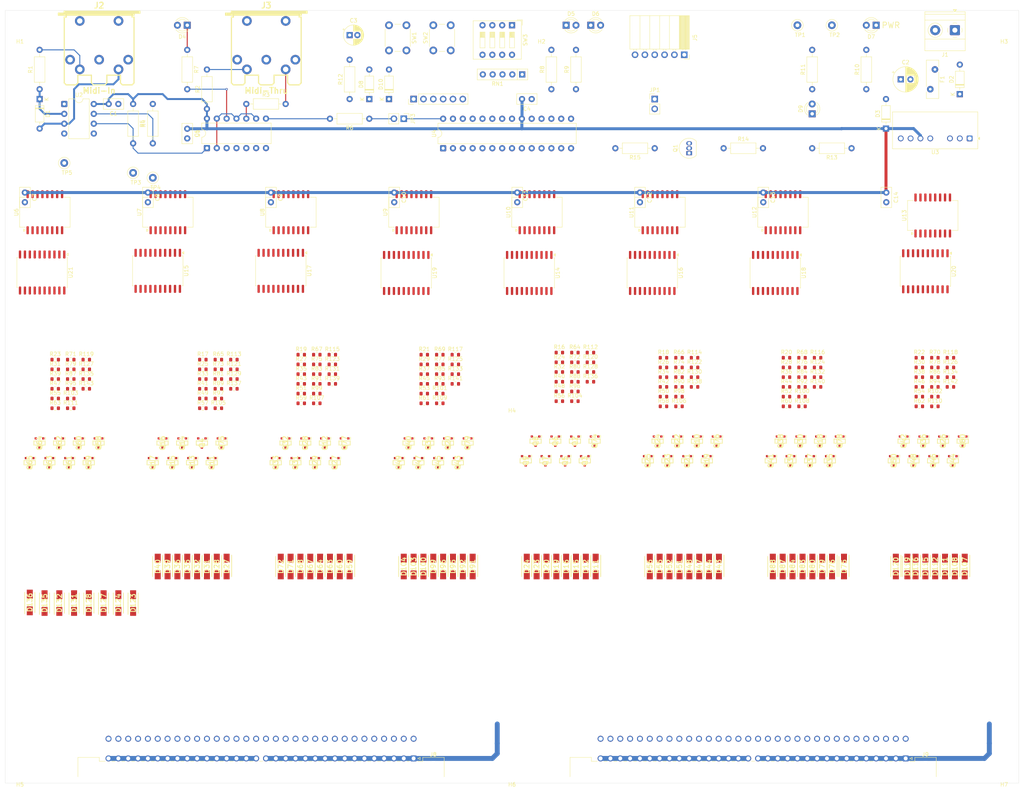
<source format=kicad_pcb>
(kicad_pcb (version 20241229) (generator "pcbnew") (generator_version "9.0")
  (layers (0 "F.Cu" signal) (2 "B.Cu" signal) (13 "F.Paste" user) (15 "B.Paste" user) (5 "F.SilkS" user "F.Silkscreen") (7 "B.SilkS" user "B.Silkscreen") (1 "F.Mask" user) (3 "B.Mask" user) (25 "Edge.Cuts" user))
  (net 0 "")
  (net 1 "GND")
  (net 2 "VCC")
  (net 3 "VEE")
  (net 4 "Net-(D1-A)")
  (net 5 "Net-(D1-K)")
  (net 6 "Net-(D2-A)")
  (net 7 "Net-(D4-K)")
  (net 8 "Net-(D5-A)")
  (net 9 "Net-(D6-A)")
  (net 10 "Net-(D7-A)")
  (net 11 "Net-(D10-A)")
  (net 12 "/~{OE}")
  (net 13 "/~{MCLR}")
  (net 14 "/Module_32/Sorties_10/V_IN")
  (net 15 "/Module_33/O_00")
  (net 16 "/Module_33/O_01")
  (net 17 "/Module_33/O_02")
  (net 18 "/Module_33/O_03")
  (net 19 "/Module_33/Sorties_10/V_IN")
  (net 20 "/Module_32/O_04")
  (net 21 "/Module_32/O_05")
  (net 22 "/Module_32/O_06")
  (net 23 "/Module_32/O_07")
  (net 24 "/Module_33/O_04")
  (net 25 "/Module_33/O_05")
  (net 26 "/Module_33/O_06")
  (net 27 "/Module_33/O_07")
  (net 28 "/Module_32/O_08")
  (net 29 "/Module_32/O_09")
  (net 30 "/Module_32/O_10")
  (net 31 "/Module_32/O_11")
  (net 32 "/Module_32/O_12")
  (net 33 "/Module_32/O_13")
  (net 34 "/Module_32/O_14")
  (net 35 "/Module_32/O_15")
  (net 36 "/Module_33/O_08")
  (net 37 "/Module_33/O_09")
  (net 38 "/Module_33/O_10")
  (net 39 "/Module_33/O_11")
  (net 40 "/Module_33/O_12")
  (net 41 "/Module_33/O_13")
  (net 42 "/Module_33/O_14")
  (net 43 "/Module_33/O_15")
  (net 44 "/Module_32/O_16")
  (net 45 "/Module_32/O_17")
  (net 46 "/Module_32/O_18")
  (net 47 "/Module_32/O_19")
  (net 48 "/Module_32/O_20")
  (net 49 "/Module_32/O_21")
  (net 50 "/Module_32/O_22")
  (net 51 "/Module_32/O_23")
  (net 52 "/Module_33/O_16")
  (net 53 "/Module_33/O_17")
  (net 54 "/Module_33/O_18")
  (net 55 "/Module_33/O_19")
  (net 56 "/Module_33/O_20")
  (net 57 "/Module_33/O_21")
  (net 58 "/Module_33/O_22")
  (net 59 "/Module_33/O_23")
  (net 60 "/Module_32/O_24")
  (net 61 "/Module_32/O_25")
  (net 62 "/Module_32/O_26")
  (net 63 "/Module_32/O_27")
  (net 64 "/Module_32/O_28")
  (net 65 "/Module_32/O_29")
  (net 66 "/Module_32/O_30")
  (net 67 "/Module_32/O_31")
  (net 68 "/Module_33/O_24")
  (net 69 "/Module_33/O_25")
  (net 70 "/Module_33/O_26")
  (net 71 "/Module_33/O_27")
  (net 72 "/Module_33/O_28")
  (net 73 "/Module_33/O_29")
  (net 74 "/Module_33/O_30")
  (net 75 "/Module_33/O_31")
  (net 76 "/Module_32/O_00")
  (net 77 "/Module_32/O_01")
  (net 78 "/Module_32/O_02")
  (net 79 "/Module_32/O_03")
  (net 82 "Net-(J2-Pad4)")
  (net 84 "Net-(D9-A)")
  (net 85 "/PGC")
  (net 86 "/PGM")
  (net 87 "/PGD")
  (net 88 "Net-(J5-Pin_4)")
  (net 89 "/Midi_In")
  (net 90 "Net-(Q1-B)")
  (net 91 "/DTR")
  (net 92 "/RxD")
  (net 93 "/CTS")
  (net 94 "/TxD")
  (net 95 "Net-(Q2-G)")
  (net 96 "Net-(Q3-G)")
  (net 97 "Net-(Q4-G)")
  (net 98 "Net-(Q5-G)")
  (net 99 "Net-(Q6-G)")
  (net 100 "Net-(Q7-G)")
  (net 101 "Net-(Q8-G)")
  (net 102 "Net-(Q9-G)")
  (net 103 "Net-(Q10-G)")
  (net 104 "Net-(Q11-G)")
  (net 105 "Net-(Q12-G)")
  (net 106 "Net-(Q13-G)")
  (net 107 "Net-(Q14-G)")
  (net 108 "Net-(Q15-G)")
  (net 109 "Net-(Q16-G)")
  (net 110 "Net-(Q17-G)")
  (net 111 "Net-(Q18-G)")
  (net 112 "Net-(Q19-G)")
  (net 113 "Net-(Q20-G)")
  (net 114 "Net-(Q21-G)")
  (net 115 "Net-(Q22-G)")
  (net 116 "Net-(Q23-G)")
  (net 117 "Net-(Q24-G)")
  (net 118 "Net-(Q25-G)")
  (net 119 "Net-(Q26-G)")
  (net 120 "Net-(Q27-G)")
  (net 121 "Net-(Q28-G)")
  (net 122 "Net-(Q29-G)")
  (net 123 "Net-(Q30-G)")
  (net 124 "Net-(Q31-G)")
  (net 125 "Net-(Q32-G)")
  (net 126 "Net-(Q33-G)")
  (net 127 "Net-(Q34-G)")
  (net 128 "Net-(Q35-G)")
  (net 129 "Net-(Q36-G)")
  (net 130 "Net-(Q37-G)")
  (net 131 "Net-(Q38-G)")
  (net 132 "Net-(Q39-G)")
  (net 133 "Net-(Q40-G)")
  (net 134 "Net-(Q41-G)")
  (net 135 "Net-(Q42-G)")
  (net 136 "Net-(Q43-G)")
  (net 137 "Net-(Q44-G)")
  (net 138 "Net-(Q45-G)")
  (net 139 "Net-(Q46-G)")
  (net 140 "Net-(Q47-G)")
  (net 141 "Net-(Q48-G)")
  (net 142 "Net-(Q49-G)")
  (net 143 "Net-(Q50-G)")
  (net 144 "Net-(Q58-G)")
  (net 145 "Net-(Q59-G)")
  (net 146 "Net-(Q60-G)")
  (net 147 "Net-(Q61-G)")
  (net 148 "Net-(Q62-G)")
  (net 149 "Net-(Q63-G)")
  (net 150 "Net-(Q64-G)")
  (net 151 "Net-(Q65-G)")
  (net 152 "Net-(Q74-G)")
  (net 153 "Net-(Q75-G)")
  (net 154 "Net-(Q76-G)")
  (net 155 "Net-(R3-Pad1)")
  (net 156 "Net-(R6-Pad2)")
  (net 157 "Net-(R7-Pad2)")
  (net 158 "/Midi_Ack")
  (net 159 "/LED_RUN")
  (net 160 "Net-(Q77-G)")
  (net 161 "Net-(Q78-G)")
  (net 162 "Net-(Q79-G)")
  (net 163 "Net-(Q80-G)")
  (net 164 "/Module_33/Sorties_8/Cmd_1")
  (net 165 "/Module_33/Sorties_8/Cmd_2")
  (net 166 "/Module_33/Sorties_8/Cmd_3")
  (net 167 "/Module_33/Sorties_8/Cmd_4")
  (net 168 "/Module_33/Sorties_8/Cmd_7")
  (net 169 "/Module_33/Sorties_8/Cmd_8")
  (net 170 "/Module_33/Sorties_8/Cmd_5")
  (net 171 "/Module_33/Sorties_8/Cmd_6")
  (net 172 "/Module_32/Sorties_9/Cmd_1")
  (net 173 "/Module_32/Sorties_9/Cmd_2")
  (net 174 "/Module_32/Sorties_9/Cmd_3")
  (net 175 "/Module_32/Sorties_9/Cmd_4")
  (net 176 "/Module_32/Sorties_9/Cmd_7")
  (net 177 "/Module_32/Sorties_9/Cmd_8")
  (net 178 "/Module_32/Sorties_9/Cmd_5")
  (net 179 "/Module_32/Sorties_9/Cmd_6")
  (net 180 "/Module_33/Sorties_9/Cmd_1")
  (net 181 "/Module_33/Sorties_9/Cmd_2")
  (net 182 "/Module_33/Sorties_9/Cmd_3")
  (net 183 "/Module_33/Sorties_9/Cmd_4")
  (net 184 "/Module_33/Sorties_9/Cmd_7")
  (net 185 "/Module_33/Sorties_9/Cmd_8")
  (net 186 "/Module_33/Sorties_9/Cmd_5")
  (net 187 "/Module_33/Sorties_9/Cmd_6")
  (net 188 "/Module_32/Sorties_10/Cmd_1")
  (net 189 "/Module_32/Sorties_10/Cmd_2")
  (net 190 "/Module_32/Sorties_10/Cmd_3")
  (net 191 "/Module_32/Sorties_10/Cmd_4")
  (net 192 "/Module_32/Sorties_10/Cmd_7")
  (net 193 "/Module_32/Sorties_10/Cmd_8")
  (net 194 "/Module_32/Sorties_10/Cmd_5")
  (net 195 "/Module_32/Sorties_10/Cmd_6")
  (net 196 "/Module_33/Sorties_10/Cmd_1")
  (net 197 "/Module_33/Sorties_10/Cmd_2")
  (net 198 "/Module_33/Sorties_10/Cmd_3")
  (net 199 "/Module_33/Sorties_10/Cmd_4")
  (net 200 "/Module_33/Sorties_10/Cmd_7")
  (net 201 "/Module_33/Sorties_10/Cmd_8")
  (net 202 "/Module_33/Sorties_10/Cmd_5")
  (net 203 "/Module_33/Sorties_10/Cmd_6")
  (net 204 "/Module_32/Sorties_11/Cmd_1")
  (net 205 "/Module_32/Sorties_11/Cmd_2")
  (net 206 "/Module_32/Sorties_11/Cmd_3")
  (net 207 "/Module_32/Sorties_11/Cmd_4")
  (net 208 "/Module_32/Sorties_11/Cmd_7")
  (net 209 "/Module_32/Sorties_11/Cmd_8")
  (net 210 "/Module_32/Sorties_11/Cmd_5")
  (net 211 "/Module_32/Sorties_11/Cmd_6")
  (net 212 "/Module_33/Sorties_11/Cmd_1")
  (net 213 "/Module_33/Sorties_11/Cmd_2")
  (net 214 "/Module_33/Sorties_11/Cmd_3")
  (net 215 "/Module_33/Sorties_11/Cmd_4")
  (net 216 "/Module_33/Sorties_11/Cmd_7")
  (net 217 "/Module_33/Sorties_11/Cmd_8")
  (net 218 "/Module_33/Sorties_11/Cmd_5")
  (net 219 "/Module_33/Sorties_11/Cmd_6")
  (net 220 "/Module_32/Sorties_8/Cmd_1")
  (net 221 "/Module_32/Sorties_8/Cmd_2")
  (net 222 "Net-(RN1-R4)")
  (net 223 "Net-(RN1-R3)")
  (net 224 "Net-(RN1-R1)")
  (net 225 "Net-(RN1-R2)")
  (net 226 "Net-(U4-T0CKI{slash}RA4)")
  (net 227 "Net-(J1-Pin_2)")
  (net 228 "Net-(U2-VO2)")
  (net 229 "Net-(J1-Pin_1)")
  (net 233 "Net-(U2-VO1)")
  (net 237 "/LAT")
  (net 238 "Net-(U4-RC1{slash}T1OSI{slash}CCP2)")
  (net 239 "/SCL")
  (net 249 "/Module_32/Sorties_8/Cmd_3")
  (net 250 "/Module_32/Sorties_8/Cmd_4")
  (net 251 "/Module_32/Sorties_8/Cmd_7")
  (net 252 "/Module_32/Sorties_8/Cmd_8")
  (net 253 "/Module_32/Sorties_8/Cmd_5")
  (net 254 "/Module_32/Sorties_8/Cmd_6")
  (net 255 "/Module_32/D1")
  (net 256 "/Module_32/Sorties_8/IN_5")
  (net 257 "/Module_32/Sorties_8/IN_6")
  (net 258 "/Module_32/Sorties_8/IN_7")
  (net 259 "/Module_32/Sorties_8/IN_8")
  (net 260 "/Module_32/Sorties_9/IN_5")
  (net 261 "/Module_32/Sorties_9/IN_6")
  (net 262 "/Module_32/Sorties_9/IN_7")
  (net 263 "/Module_32/Sorties_9/IN_8")
  (net 264 "/Module_32/Sorties_10/IN_5")
  (net 265 "/Module_32/Sorties_10/IN_6")
  (net 266 "/Module_32/D2")
  (net 267 "/Module_32/Sorties_10/IN_8")
  (net 268 "/Module_32/Sorties_10/IN_7")
  (net 269 "/Module_32/Sorties_9/IN_3")
  (net 270 "/Module_32/Sorties_8/IN_2")
  (net 271 "/Module_32/Sorties_8/IN_3")
  (net 272 "/Module_32/Sorties_8/IN_4")
  (net 273 "/Module_32/Sorties_9/IN_1")
  (net 274 "/Module_32/Sorties_8/IN_1")
  (net 275 "/Module_32/Sorties_9/IN_2")
  (net 276 "/Module_32/Sorties_9/IN_4")
  (net 277 "/Module_32/D3")
  (net 278 "/Module_32/Sorties_11/IN_4")
  (net 279 "/Module_32/Sorties_10/IN_2")
  (net 280 "/Module_32/Sorties_11/IN_2")
  (net 281 "/Module_32/Sorties_10/IN_4")
  (net 282 "/Module_32/DATA_OUT")
  (net 283 "/Module_32/Sorties_11/IN_1")
  (net 284 "/Module_32/Sorties_10/IN_1")
  (net 285 "/Module_32/Sorties_10/IN_3")
  (net 286 "/Module_32/Sorties_11/IN_3")
  (net 287 "/Module_32/Sorties_11/IN_5")
  (net 288 "/Module_32/Sorties_11/IN_7")
  (net 289 "/Module_32/Sorties_11/IN_6")
  (net 290 "/Module_32/Sorties_11/IN_8")
  (net 291 "/Module_33/Sorties_8/IN_7")
  (net 292 "/Module_33/D1")
  (net 293 "/Module_33/Sorties_8/IN_6")
  (net 294 "/Module_33/Sorties_8/IN_8")
  (net 295 "/Module_33/Sorties_8/IN_5")
  (net 296 "/Module_33/D2")
  (net 297 "/Module_33/Sorties_9/IN_8")
  (net 298 "/Module_33/Sorties_9/IN_6")
  (net 299 "/Module_33/Sorties_9/IN_5")
  (net 300 "/Module_33/Sorties_9/IN_7")
  (net 301 "/Module_33/Sorties_10/IN_7")
  (net 302 "/Module_33/Sorties_10/IN_5")
  (net 303 "/Module_33/Sorties_10/IN_8")
  (net 304 "/Module_33/Sorties_10/IN_6")
  (net 305 "/Module_33/Sorties_9/IN_2")
  (net 306 "/Module_33/Sorties_8/IN_1")
  (net 307 "/Module_33/Sorties_9/IN_3")
  (net 308 "/Module_33/Sorties_8/IN_2")
  (net 309 "/Module_33/D3")
  (net 310 "/Module_33/Sorties_9/IN_4")
  (net 311 "/Module_33/Sorties_8/IN_4")
  (net 312 "/Module_33/Sorties_9/IN_1")
  (net 313 "/Module_33/Sorties_8/IN_3")
  (net 314 "/Module_33/Sorties_11/IN_2")
  (net 315 "/Module_33/Sorties_11/IN_1")
  (net 316 "/Module_33/Sorties_10/IN_1")
  (net 317 "/Module_33/Sorties_10/IN_4")
  (net 318 "/Module_33/Sorties_11/IN_3")
  (net 319 "/Module_33/DATA_OUT")
  (net 320 "/Module_33/Sorties_10/IN_3")
  (net 321 "/Module_33/Sorties_10/IN_2")
  (net 322 "/Module_33/Sorties_11/IN_4")
  (net 323 "/Module_33/Sorties_11/IN_5")
  (net 324 "/Module_33/Sorties_11/IN_8")
  (net 325 "/Module_33/Sorties_11/IN_6")
  (net 326 "/Module_33/Sorties_11/IN_7")
  (net 336 "Net-(J3-Pad5)")
  (net 337 "Net-(J3-Pad4)")
  (net 339 "+5V")
  (net 340 "/DATA_IN")
  (net 343 "Net-(U1-Pad11)")
  (footprint "Package_SO:SOTFL95P240X88-3N" (layer "F.Cu") (at 208.007955 145.43405 -90)
    (property "Reference" "Q3")
    (property "Value" "SSM3J351R" (hide yes))
  )
  (footprint "Diode_SMD:DIOM5226X220N" (layer "F.Cu") (at 83.82 182.15 90)
    (property "Reference" "D127")
    (property "Value" "MRA4004T3G" (hide yes))
  )
  (footprint "Resistor_SMD:R_0603_1608Metric" (layer "F.Cu") (at 170.59086 125.579075)
    (property "Reference" "R93")
    (property "Value" "10k")
  )
  (footprint "Diode_SMD:DIOM5226X220N" (layer "F.Cu") (at 173.99 172.72 -90)
    (property "Reference" "D95")
    (property "Value" "MRA4004T3G" (hide yes))
  )
  (footprint "Package_SO:SOTFL95P240X88-3N" (layer "F.Cu") (at 297.923955 145.43405 -90)
    (property "Reference" "Q46")
    (property "Value" "SSM3J351R" (hide yes))
  )
  (footprint "Resistor_SMD:R_0603_1608Metric" (layer "F.Cu") (at 71.33086 126.849075)
    (property "Reference" "R47")
    (property "Value" "8,2k")
  )
  (footprint "Package_SO:SOTFL95P240X88-3N" (layer "F.Cu") (at 64.73586 145.921075 -90)
    (property "Reference" "Q65")
    (property "Value" "SSM3J351R" (hide yes))
  )
  (footprint "Diode_SMD:DIOM5226X220N" (layer "F.Cu") (at 229.87 172.72 -90)
    (property "Reference" "D52")
    (property "Value" "MRA4004T3G" (hide yes))
  )
  (footprint "Package_SO:SOTFL95P240X88-3N" (layer "F.Cu") (at 242.043955 140.35405 -90)
    (property "Reference" "Q76")
    (property "Value" "SSM3J351R" (hide yes))
  )
  (footprint "Capacitor_THT:C_Disc_D5.0mm_W2.5mm_P2.50mm" (layer "F.Cu") (at 254.08 76.2 -90)
    (property "Reference" "C13")
    (property "Value" "100n")
  )
  (footprint "Diode_SMD:DIOM5226X220N" (layer "F.Cu") (at 147.32 172.72 -90)
    (property "Reference" "D59")
    (property "Value" "MRA4004T3G" (hide yes))
  )
  (footprint "Diode_SMD:DIOM5226X220N" (layer "F.Cu") (at 205.74 172.72 -90)
    (property "Reference" "D15")
    (property "Value" "MRA4004T3G" (hide yes))
  )
  (footprint "Connector_PinHeader_2.54mm:PinHeader_1x06_P2.54mm_Vertical" (layer "F.Cu") (at 163.83 52.07 90)
    (property "Reference" "J4" (hide yes))
    (property "Value" "ICSP")
  )
  (footprint "MountingHole:MountingHole_3.2mm_M3" (layer "F.Cu") (at 316.23 33.02 180)
    (property "Reference" "H3")
    (property "Value" "MountingHole")
  )
  (footprint "Package_SO:SOIC-16W_7.5x12.8mm_P1.27mm" (layer "F.Cu") (at 132.16 81.28 90)
    (property "Reference" "U8")
    (property "Value" "74HC595")
  )
  (footprint "Resistor_THT:R_Axial_DIN0207_L6.3mm_D2.5mm_P10.16mm_Horizontal" (layer "F.Cu") (at 110.49 54.61 90)
    (property "Reference" "R2")
    (property "Value" "220")
  )
  (footprint "Package_SO:SOTFL95P240X88-3N" (layer "F.Cu") (at 69.81586 145.921075 -90)
    (property "Reference" "Q63")
    (property "Value" "SSM3J351R" (hide yes))
  )
  (footprint "Resistor_SMD:R_0603_1608Metric" (layer "F.Cu") (at 264.078955 118.83205)
    (property "Reference" "R68")
    (property "Value" "10k")
  )
  (footprint "Resistor_SMD:R_0603_1608Metric" (layer "F.Cu") (at 109.43086 126.849075)
    (property "Reference" "R41")
    (property "Value" "8,2k")
  )
  (footprint "Resistor_SMD:R_0603_1608Metric" (layer "F.Cu") (at 302.378955 118.83205)
    (property "Reference" "R118")
    (property "Value" "8,2k")
  )
  (footprint "Capacitor_THT:C_Disc_D5.0mm_W2.5mm_P2.50mm" (layer "F.Cu") (at 158.83 76.2 -90)
    (property "Reference" "C10")
    (property "Value" "100n")
  )
  (footprint "Diode_SMD:DIOM5226X220N" (layer "F.Cu") (at 293.37 172.72 -90)
    (property "Reference" "D116")
    (property "Value" "MRA4004T3G" (hide yes))
  )
  (footprint "Converter_DCDC:Converter_DCDC_TRACO_TMR4-xxxxWI_THT" (layer "F.Cu") (at 307.34 62.23 180)
    (property "Reference" "U3")
    (property "Value" "TMR 6-2411")
  )
  (footprint "Diode_SMD:DIOM5226X220N" (layer "F.Cu") (at 107.95 172.72 -90)
    (property "Reference" "D32")
    (property "Value" "MRA4004T3G" (hide yes))
  )
  (footprint "Package_SO:SOIC-16W_7.5x12.8mm_P1.27mm" (layer "F.Cu") (at 100.41 81.28 90)
    (property "Reference" "U7")
    (property "Value" "74HC595")
  )
  (footprint "Package_SO:SOIC-20W_7.5x12.8mm_P1.27mm" (layer "F.Cu") (at 67.956577 96.836237 -90)
    (property "Reference" "U21")
    (property "Value" "ULN2803A")
  )
  (footprint "Diode_SMD:DIOM5226X220N" (layer "F.Cu") (at 142.24 172.72 -90)
    (property "Reference" "D63")
    (property "Value" "MRA4004T3G" (hide yes))
  )
  (footprint "Resistor_SMD:R_0603_1608Metric" (layer "F.Cu") (at 268.088955 118.83205)
    (property "Reference" "R116")
    (property "Value" "8,2k")
  )
  (footprint "Resistor_SMD:R_0603_1608Metric" (layer "F.Cu") (at 201.448955 130.05205)
    (property "Reference" "R56")
    (property "Value" "10k")
  )
  (footprint "LED_THT:LED_D3.0mm" (layer "F.Cu") (at 203.2 33.02)
    (property "Reference" "D5")
    (property "Value" "Midi_Ack")
  )
  (footprint "Package_SO:SOIC-20W_7.5x12.8mm_P1.27mm" (layer "F.Cu") (at 161.925 96.95 -90)
    (property "Reference" "U19")
    (property "Value" "ULN2803A")
  )
  (footprint "Diode_SMD:DIOM5226X220N" (layer "F.Cu") (at 200.66 172.72 -90)
    (property "Reference" "D19")
    (property "Value" "MRA4004T3G" (hide yes))
  )
  (footprint "Resistor_SMD:R_0603_1608Metric" (layer "F.Cu") (at 134.83086 120.559075)
    (property "Reference" "R27")
    (property "Value" "8,2k")
  )
  (footprint "Diode_SMD:DIOM5226X220N" (layer "F.Cu") (at 193.04 172.72 -90)
    (property "Reference" "D24")
    (property "Value" "MRA4004T3G" (hide yes))
  )
  (footprint "Package_SO:SOTFL95P240X88-3N" (layer "F.Cu") (at 295.383955 140.35405 -90)
    (property "Reference" "Q36")
    (property "Value" "SSM3J351R" (hide yes))
  )
  (footprint "Diode_SMD:DIOM5226X220N" (layer "F.Cu") (at 166.37 172.72 -90)
    (property "Reference" "D100")
    (property "Value" "MRA4004T3G" (hide yes))
  )
  (footprint "Resistor_SMD:R_0603_1608Metric" (layer "F.Cu") (at 113.44086 126.849075)
    (property "Reference" "R89")
    (property "Value" "10k")
  )
  (footprint "Diode_SMD:DIOM5226X220N" (layer "F.Cu") (at 102.87 172.72 -90)
    (property "Reference" "D36")
    (property "Value" "MRA4004T3G" (hide yes))
  )
  (footprint "Diode_SMD:DIOM5226X220N" (layer "F.Cu") (at 195.58 172.72 -90)
    (property "Reference" "D23")
    (property "Value" "MRA4004T3G" (hide yes))
  )
  (footprint "Package_SO:SOTFL95P240X88-3N" (layer "F.Cu") (at 287.763955 145.43405 -90)
    (property "Reference" "Q50")
    (property "Value" "SSM3J351R" (hide yes))
  )
  (footprint "Package_SO:SOTFL95P240X88-3N" (layer "F.Cu") (at 175.22586 145.921075 -90)
    (property "Reference" "Q43")
    (property "Value" "SSM3J351R" (hide yes))
  )
  (footprint "Resistor_SMD:R_0603_1608Metric" (layer "F.Cu") (at 232.328955 123.85205)
    (property "Reference" "R82")
    (property "Value" "10k")
  )
  (footprint "Package_SO:SOTFL95P240X88-3N" (layer "F.Cu") (at 101.56586 145.921075 -90)
    (property "Reference" "Q15")
    (property "Value" "SSM3J351R" (hide yes))
  )
  (footprint "Resistor_SMD:R_0603_1608Metric" (layer "F.Cu") (at 170.59086 123.069075)
    (property "Reference" "R85")
    (property "Value" "10k")
  )
  (footprint "Resistor_SMD:R_0603_1608Metric" (layer "F.Cu") (at 264.078955 131.38205)
    (property "Reference" "R108")
    (property "Value" "10k")
  )
  (footprint "Diode_SMD:DIOM5226X220N" (layer "F.Cu") (at 303.53 172.72 -90)
    (property "Reference" "D108")
    (property "Value" "MRA4004T3G" (hide yes))
  )
  (footprint "Resistor_SMD:R_0603_1608Metric" (layer "F.Cu") (at 228.318955 123.85205)
    (property "Reference" "R34")
    (property "Value" "8,2k")
  )
  (footprint "Package_SO:SOTFL95P240X88-3N" (layer "F.Cu") (at 271.253955 145.43405 -90)
    (property "Reference" "Q35")
    (property "Value" "SSM3J351R" (hide yes))
  )
  (footprint "Button_Switch_THT:SW_DIP_SPSTx04_Slide_9.78x12.34mm_W7.62mm_P2.54mm" (layer "F.Cu") (at 189.23 33.02 -90)
    (property "Reference" "SW3")
    (property "Value" "Channel")
  )
  (footprint "Diode_THT:D_DO-35_SOD27_P7.62mm_Horizontal" (layer "F.Cu") (at 304.8 50.8 90)
    (property "Reference" "D2")
    (property "Value" "1N4001")
  )
  (footprint "Connector_PinSocket_2.54mm:PinSocket_1x06_P2.54mm_Horizontal" (layer "F.Cu") (at 233.68 40.64 -90)
    (property "Reference" "J5")
    (property "Value" "FT232")
  )
  (footprint "Resistor_THT:R_Axial_DIN0207_L6.3mm_D2.5mm_P10.16mm_Horizontal" (layer "F.Cu") (at 199.39 49.53 90)
    (property "Reference" "R8")
    (property "Value" "330")
  )
  (footprint "Package_SO:SOTFL95P240X88-3N" (layer "F.Cu") (at 263.633955 140.35405 -90)
    (property "Reference" "Q30")
    (property "Value" "SSM3J351R" (hide yes))
  )
  (footprint "Resistor_SMD:R_0603_1608Metric" (layer "F.Cu") (at 264.078955 121.34205)
    (property "Reference" "R76")
    (property "Value" "10k")
  )
  (footprint "Package_SO:SOTFL95P240X88-3N" (layer "F.Cu") (at 67.27586 140.841075 -90)
    (property "Reference" "Q64")
    (property "Value" "SSM3J351R" (hide yes))
  )
  (footprint "Package_SO:SOTFL95P240X88-3N" (layer "F.Cu") (at 236.963955 140.35405 -90)
    (property "Reference" "Q10")
    (property "Value" "SSM3J351R" (hide yes))
  )
  (footprint "Diode_SMD:DIOM5226X220N" (layer "F.Cu") (at 171.45 172.72 -90)
    (property "Reference" "D96")
    (property "Value" "MRA4004T3G" (hide yes))
  )
  (footprint "Resistor_SMD:R_0603_1608Metric" (layer "F.Cu") (at 264.078955 123.85205)
    (property "Reference" "R84")
    (property "Value" "10k")
  )
  (footprint "Package_SO:SOTFL95P240X88-3N" (layer "F.Cu") (at 159.98586 145.921075 -90)
    (property "Reference" "Q49")
    (property "Value" "SSM3J351R" (hide yes))
  )
  (footprint "Resistor_SMD:R_0603_1608Metric" (layer "F.Cu") (at 113.44086 131.869075)
    (property "Reference" "R105")
    (property "Value" "10k")
  )
  (footprint "Capacitor_THT:C_Disc_D5.0mm_W2.5mm_P2.50mm" (layer "F.Cu") (at 87.63 53.34 180)
    (property "Reference" "C1")
    (property "Value" "100n")
  )
  (footprint "Connector_PinHeader_2.54mm:PinHeader_1x02_P2.54mm_Vertical" (layer "F.Cu") (at 226.06 52.07)
    (property "Reference" "JP1")
    (property "Value" "USB")
  )
  (footprint "Package_SO:SOTFL95P240X88-3N" (layer "F.Cu") (at 79.97586 145.921075 -90)
    (property "Reference" "Q59")
    (property "Value" "SSM3J351R" (hide yes))
  )
  (footprint "Package_SO:SOIC-16W_7.5x12.8mm_P1.27mm" (layer "F.Cu") (at 163.91 81.28 90)
    (property "Reference" "U9")
    (property "Value" "74HC595")
  )
  (footprint "Package_SO:SOTFL95P240X88-3N" (layer "F.Cu") (at 202.927955 145.43405 -90)
    (property "Reference" "Q5")
    (property "Value" "SSM3J351R" (hide yes))
  )
  (footprint "Resistor_THT:R_Axial_DIN0207_L6.3mm_D2.5mm_P10.16mm_Horizontal" (layer "F.Cu") (at 226.06 64.77 180)
    (property "Reference" "R15")
    (property "Value" "10k")
  )
  (footprint "Diode_SMD:DIOM5226X220N" (layer "F.Cu") (at 203.2 172.72 -90)
    (property "Reference" "D16")
    (property "Value" "MRA4004T3G" (hide yes))
  )
  (footprint "Resistor_SMD:R_0603_1608Metric" (layer "F.Cu") (at 109.43086 121.829075)
    (property "Reference" "R25")
    (property "Value" "8,2k")
  )
  (footprint "Resistor_SMD:R_0603_1608Metric" (layer "F.Cu") (at 138.84086 128.089075)
    (property "Reference" "R99")
    (property "Value" "10k")
  )
  (footprint "Resistor_SMD:R_0603_1608Metric" (layer "F.Cu") (at 174.60086 125.579075)
    (property "Reference" "R141")
    (property "Value" "8,2k")
  )
  (footprint "Package_SO:SOTFL95P240X88-3N" (layer "F.Cu") (at 109.18586 140.841075 -90)
    (property "Reference" "Q4")
    (property "Value" "SSM3J351R" (hide yes))
  )
  (footprint "Diode_SMD:DIOM5226X220N" (layer "F.Cu") (at 76.2 182.15 90)
    (property "Reference" "D131")
    (property "Value" "MRA4004T3G" (hide yes))
  )
  (footprint "Fuse:Fuse_Bourns_MF-RHT100" (layer "F.Cu") (at 298.38 44.43 -90)
    (property "Reference" "F1")
    (property "Value" "Polyfuse")
  )
  (footprint "Diode_SMD:DIOM5226X220N" (layer "F.Cu") (at 259.08 172.72 -90)
    (property "Reference" "D87")
    (property "Value" "MRA4004T3G" (hide yes))
  )
  (footprint "Package_SO:SOIC-20W_7.5x12.8mm_P1.27mm" (layer "F.Cu") (at 257.175 96.95 -90)
    (property "Reference" "U18")
    (property "Value" "ULN2803A")
  )
  (footprint "Diode_SMD:DIOM5226X220N" (layer "F.Cu") (at 208.28 172.72 -90)
    (property "Reference" "D12")
    (property "Value" "MRA4004T3G" (hide yes))
  )
  (footprint "TerminalBlock_Phoenix:TerminalBlock_Phoenix_MKDS-1,5-2-5.08_1x02_P5.08mm_Horizontal" (layer "F.Cu") (at 303.53 34.29 180)
    (property "Reference" "J1")
    (property "Value" "POWER")
  )
  (footprint "Diode_SMD:DIOM5226X220N" (layer "F.Cu") (at 168.91 172.72 -90)
    (property "Reference" "D99")
    (property "Value" "MRA4004T3G" (hide yes))
  )
  (footprint "Resistor_SMD:R_0603_1608Metric" (layer "F.Cu") (at 298.368955 118.83205)
    (property "Reference" "R70")
    (property "Value" "10k")
  )
  (footprint "Package_SO:SOTFL95P240X88-3N" (layer "F.Cu") (at 177.76586 140.841075 -90)
    (property "Reference" "Q79")
    (property "Value" "SSM3J351R" (hide yes))
  )
  (footprint "Resistor_SMD:R_0603_1608Metric" (layer "F.Cu") (at 117.45086 121.829075)
    (property "Reference" "R121")
    (property "Value" "8,2k")
  )
  (footprint "Resistor_SMD:R_0603_1608Metric" (layer "F.Cu") (at 71.33086 124.339075)
    (property "Reference" "R39")
    (property "Value" "8,2k")
  )
  (footprint "Diode_SMD:DIOM5226X220N" (layer "F.Cu") (at 132.08 172.72 -90)
    (property "Reference" "D71")
    (property "Value" "MRA4004T3G" (hide yes))
  )
  (footprint "Diode_SMD:DIOM5226X220N" (layer "F.Cu") (at 72.39 182.15 90)
    (property "Reference" "D132")
    (property "Value" "MRA4004T3G" (hide yes))
  )
  (footprint "Resistor_SMD:R_0603_1608Metric" (layer "F.Cu") (at 209.468955 122.52205)
    (property "Reference" "R128")
    (property "Value" "8,2k")
  )
  (footprint "Resistor_SMD:R_0603_1608Metric" (layer "F.Cu") (at 109.43086 119.319075)
    (property "Reference" "R17")
    (property "Value" "10k")
  )
  (footprint "Package_SO:SOTFL95P240X88-3N" (layer "F.Cu") (at 239.503955 145.43405 -90)
    (property "Reference" "Q19")
    (property "Value" "SSM3J351R" (hide yes))
  )
  (footprint "Resistor_THT:R_Axial_DIN0207_L6.3mm_D2.5mm_P10.16mm_Horizontal" (layer "F.Cu") (at 152.4 57.15 180)
    (property "Reference" "R6")
    (property "Value" "100")
  )
  (footprint "Package_SO:SOTFL95P240X88-3N" (layer "F.Cu") (at 300.463955 140.35405 -90)
    (property "Reference" "Q26")
    (property "Value" "SSM3J351R" (hide yes))
  )
  (footprint "MountingHole:MountingHole_3.2mm_M3" (layer "F.Cu") (at 196.85 33.02 180)
    (property "Reference" "H2")
    (property "Value" "MountingHole")
  )
  (footprint "Resistor_SMD:R_0603_1608Metric" (layer "F.Cu") (at 260.068955 118.83205)
    (property "Reference" "R20")
    (property "Value" "10k")
  )
  (footprint "Diode_SMD:DIOM5226X220N" (layer "F.Cu") (at 210.82 172.72 -90)
    (property "Reference" "D11")
    (property "Value" "MRA4004T3G" (hide yes))
  )
  (footprint "Resistor_SMD:R_0603_1608Metric" (layer "F.Cu") (at 201.448955 127.54205)
    (property "Reference" "R48")
    (property "Value" "8,2k")
  )
  (footprint "Resistor_SMD:R_0603_1608Metric" (layer "F.Cu") (at 228.318955 128.87205)
    (property "Reference" "R50")
    (property "Value" "8,2k")
  )
  (footprint "Resistor_SMD:R_0603_1608Metric" (layer "F.Cu") (at 232.328955 128.87205)
    (property "Reference" "R98")
    (property "Value" "10k")
  )
  (footprint "Package_SO:SOTFL95P240X88-3N" (layer "F.Cu") (at 138.39586 145.921075 -90)
    (property "Reference" "Q29")
    (property "Value" "SSM3J351R" (hide yes))
  )
  (footprint "Resistor_SMD:R_0603_1608Metric" (layer "F.Cu") (at 109.43086 131.869075)
    (property "Reference" "R57")
    (property "Value" "10k")
  )
  (footprint "Diode_SMD:DIOM5226X220N" (layer "F.Cu") (at 232.46 172.72 -90)
    (property "Reference" "D51")
    (property "Value" "MRA4004T3G" (hide yes))
  )
  (footprint "Diode_SMD:DIOM5226X220N" (layer "F.Cu") (at 134.62 172.72 -90)
    (property "Reference" "D68")
    (property "Value" "MRA4004T3G" (hide yes))
  )
  (footprint "Resistor_SMD:R_0603_1608Metric" (layer "F.Cu") (at 134.83086 130.599075)
    (property "Reference" "R59")
    (property "Value" "10k")
  )
  (footprint "Resistor_SMD:R_0603_1608Metric" (layer "F.Cu") (at 166.58086 118.049075)
    (property "Reference" "R21")
    (property "Value" "10k")
  )
  (footprint "Resistor_SMD:R_0603_1608Metric" (layer "F.Cu") (at 232.328955 118.83205)
    (property "Reference" "R66")
    (property "Value" "10k")
  )
  (footprint "Resistor_SMD:R_0603_1608Metric" (layer "F.Cu") (at 298.368955 123.85205)
    (property "Reference" "R86")
    (property "Value" "10k")
  )
  (footprint "Package_SO:SOTFL95P240X88-3N" (layer "F.Cu") (at 195.307955 140.35405 -90)
    (property "Reference" "Q8")
    (property "Value" "SSM3J351R" (hide yes))
  )
  (footprint "Package_SO:SOTFL95P240X88-3N" (layer "F.Cu") (at 82.51586 140.841075 -90)
    (property "Reference" "Q58")
    (property "Value" "SSM3J351R" (hide yes))
  )
  (footprint "Resistor_SMD:R_0603_1608Metric" (layer "F.Cu") (at 75.34086 119.319075)
    (property "Reference" "R71")
    (property "Value" "10k")
  )
  (footprint "Package_SO:SOTFL95P240X88-3N" (layer "F.Cu") (at 114.26586 140.841075 -90)
    (property "Reference" "Q75")
    (property "Value" "SSM3J351R" (hide yes))
  )
  (footprint "Capacitor_THT:C_Disc_D5.0mm_W2.5mm_P2.50mm" (layer "F.Cu") (at 127 76.2 -90)
    (property "Reference" "C9")
    (property "Value" "100n")
  )
  (footprint "Connector_DIN:DIN41612_C_2x32_Male_Horizontal_THT" (layer "F.Cu") (at 163.83 222.25 180)
    (property "Reference" "J8")
    (property "Value" "DIN41612_02x32_AC")
  )
  (footprint "Diode_SMD:DIOM5226X220N" (layer "F.Cu") (at 256.54 172.72 -90)
    (property "Reference" "D88")
    (property "Value" "MRA4004T3G" (hide yes))
  )
  (footprint "Resistor_SMD:R_0603_1608Metric" (layer "F.Cu") (at 236.338955 121.34205)
    (property "Reference" "R122")
    (property "Value" "8,2k")
  )
  (footprint "Resistor_THT:R_Axial_DIN0207_L6.3mm_D2.5mm_P10.16mm_Horizontal" (layer "F.Cu") (at 243.84 64.77)
    (property "Reference" "R14")
    (property "Value" "10k")
  )
  (footprint "Resistor_SMD:R_0603_1608Metric" (layer "F.Cu") (at 166.58086 130.599075)
    (property "Reference" "R61")
    (property "Value" "10k")
  )
  (footprint "Resistor_SMD:R_0603_1608Metric" (layer "F.Cu") (at 209.468955 125.03205)
    (property "Reference" "R136")
    (property "Value" "8,2k")
  )
  (footprint "Diode_SMD:DIOM5226X220N" (layer "F.Cu") (at 137.16 172.72 -90)
    (property "Reference" "D67")
    (property "Value" "MRA4004T3G" (hide yes))
  )
  (footprint "Package_SO:SOTFL95P240X88-3N" (layer "F.Cu") (at 104.10586 140.841075 -90)
    (property "Reference" "Q14")
    (property "Value" "SSM3J351R" (hide yes))
  )
  (footprint "Diode_SMD:DIOM5226X220N" (layer "F.Cu") (at 129.54 172.72 -90)
    (property "Reference" "D72")
    (property "Value" "MRA4004T3G" (hide yes))
  )
  (footprint "Resistor_SMD:R_0603_1608Metric" (layer "F.Cu") (at 232.328955 131.38205)
    (property "Reference" "R106")
    (property "Value" "10k")
  )
  (footprint "Resistor_SMD:R_0603_1608Metric" (layer "F.Cu") (at 170.59086 130.599075)
    (property "Reference" "R109")
    (property "Value" "10k")
  )
  (footprint "Resistor_SMD:R_0603_1608Metric" (layer "F.Cu") (at 260.068955 121.34205)
    (property "Reference" "R28")
    (property "Value" "8,2k")
  )
  (footprint "Resistor_SMD:R_0603_1608Metric" (layer "F.Cu") (at 138.84086 123.069075)
    (property "Reference" "R83")
    (property "Value" "10k")
  )
  (footprint "Resistor_SMD:R_0603_1608Metric" (layer "F.Cu") (at 294.358955 123.85205)
    (property "Reference" "R38")
    (property "Value" "8,2k")
  )
  (footprint "Resistor_SMD:R_0603_1608Metric" (layer "F.Cu") (at 79.35086 124.339075)
    (property "Reference" "R135")
    (property "Value" "8,2k")
  )
  (footprint "Diode_SMD:DIOM5226X220N" (layer "F.Cu") (at 64.77 182 90)
    (property "Reference" "D136")
    (property "Value" "MRA4004T3G" (hide yes))
  )
  (footprint "Resistor_SMD:R_0603_1608Metric" (layer "F.Cu") (at 298.368955 128.87205)
    (property "Reference" "R102")
    (property "Value" "10k")
  )
  (footprint "Resistor_SMD:R_0603_1608Metric" (layer "F.Cu") (at 260.068955 126.36205)
    (property "Reference" "R44")
    (property "Value" "8,2k")
  )
  (footprint "Package_SO:SOTFL95P240X88-3N" (layer "F.Cu") (at 111.72586 145.921075 -90)
    (property "Reference" "Q11")
    (property "Value" "SSM3J351R" (hide yes))
  )
  (footprint "MountingHole:MountingHole_3.2mm_M3" (layer "F.Cu") (at 189.23 128.27 180)
    (property "Reference" "H4")
    (property "Value" "MountingHole")
  )
  (footprint "Resistor_THT:R_Axial_DIN0207_L6.3mm_D2.5mm_P10.16mm_Horizontal" (layer "F.Cu") (at 96.52 63.5 90)
    (property "Reference" "R4")
    (property "Value" "4,7k")
  )
  (footprint "Package_SO:SOTFL95P240X88-3N" (layer "F.Cu") (at 292.843955 145.43405 -90)
    (property "Reference" "Q48")
    (property "Value" "SSM3J351R" (hide yes))
  )
  (footprint "Diode_SMD:DIOM5226X220N" (layer "F.Cu") (at 97.79 172.72 -90)
    (property "Reference" "D40")
    (property "Value" "MRA4004T3G" (hide yes))
  )
  (footprint "Resistor_SMD:R_0603_1608Metric" (layer "F.Cu") (at 134.83086 123.069075)
    (property "Reference" "R35")
    (property "Value" "8,2k")
  )
  (footprint "Package_SO:SOTFL95P240X88-3N" (layer "F.Cu") (at 197.847955 145.43405 -90)
    (property "Reference" "Q7")
    (property "Value" "SSM3J351R" (hide yes))
  )
  (footprint "MountingHole:MountingHole_3.2mm_M3" (layer "F.Cu") (at 62.23 33.02 180)
    (property "Reference" "H1")
    (property "Value" "MountingHole")
  )
  (footprint "Resistor_SMD:R_0603_1608Metric" (layer "F.Cu") (at 209.468955 120.01205)
    (property "Reference" "R120")
    (property "Value" "8,2k")
  )
  (footprint "Resistor_SMD:R_0603_1608Metric" (layer "F.Cu") (at 294.358955 126.36205)
    (property "Reference" "R46")
    (property "Value" "8,2k")
  )
  (footprint "Diode_SMD:DIOM5226X220N" (layer "F.Cu") (at 110.49 172.72 -90)
    (property "Reference" "D31")
    (property "Value" "MRA4004T3G" (hide yes))
  )
  (footprint "Resistor_SMD:R_0603_1608Metric" (layer "F.Cu") (at 71.33086 119.319075)
    (property "Reference" "R23")
    (property "Value" "10k")
  )
  (footprint "Package_SO:SOTFL95P240X88-3N" (layer "F.Cu") (at 268.713955 140.35405 -90)
    (property "Reference" "Q18")
    (property "Value" "SSM3J351R" (hide yes))
  )
  (footprint "Resistor_SMD:R_0603_1608Metric" (layer "F.Cu") (at 205.458955 125.03205)
    (property "Reference" "R88")
    (property "Value" "10k")
  )
  (footprint "Resistor_THT:R_Axial_DIN0207_L6.3mm_D2.5mm_P10.16mm_Horizontal" (layer "F.Cu") (at 276.86 64.77 180)
    (property "Reference" "R13")
    (property "Value" "10k")
  )
  (footprint "Package_SO:SOTFL95P240X88-3N" (layer "F.Cu") (at 167.60586 140.841075 -90)
    (property "Reference" "Q34")
    (property "Value" "SSM3J351R" (hide yes))
  )
  (footprint "Diode_THT:D_DO-35_SOD27_P7.62mm_Horizontal" (layer "F.Cu") (at 285.75 59.69 90)
    (property "Reference" "D3")
    (property "Value" "1N4733")
  )
  (footprint "Resistor_SMD:R_0603_1608Metric" (layer "F.Cu") (at 228.318955 131.38205)
    (property "Reference" "R58")
    (property "Value" "10k")
  )
  (footprint "Diode_SMD:DIOM5226X220N" (layer "F.Cu") (at 235 172.72 -90)
    (property "Reference" "D48")
    (property "Value" "MRA4004T3G" (hide yes))
  )
  (footprint "Resistor_SMD:R_0603_1608Metric" (layer "F.Cu") (at 205.458955 117.50205)
    (property "Reference" "R64")
    (property "Value" "10k")
  )
  (footprint "Resistor_SMD:R_0603_1608Metric" (layer "F.Cu") (at 79.35086 121.829075)
    (property "Reference" "R127")
    (property "Value" "8,2k")
  )
  (footprint "Diode_SMD:DIOM5226X220N" (layer "F.Cu") (at 227.33 172.72 -90)
    (property "Reference" "D55")
    (property "Value" "MRA4004T3G" (hide yes))
  )
  (footprint "Package_SO:SOIC-16W_7.5x12.8mm_P1.27mm" (layer "F.Cu") (at 68.66 81.28 90)
    (property "Reference" "U6")
    (property "Value" "74HC595")
  )
  (footprint "Package_SO:SOTFL95P240X88-3N" (layer "F.Cu") (at 261.093955 145.43405 -90)
    (property "Reference" "Q39")
    (property "Value" "SSM3J351R" (hide yes))
  )
  (footprint "Package_SO:SOTFL95P240X88-3N" (layer "F.Cu") (at 140.93586 140.841075 -90)
    (property "Reference" "Q12")
    (property "Value" "SSM3J351R" (hide yes))
  )
  (footprint "Capacitor_THT:C_Disc_D5.0mm_W2.5mm_P2.50mm" (layer "F.Cu") (at 63.5 76.2 -90)
    (property "Reference" "C7")
    (property "Value" "100n")
  )
  (footprint "Resistor_SMD:R_0603_1608Metric" (layer "F.Cu") (at 201.448955 125.03205)
    (property "Reference" "R40")
    (property "Value" "8,2k")
  )
  (footprint "Package_SO:SOTFL95P240X88-3N" (layer "F.Cu") (at 210.547955 140.35405 -90)
    (property "Reference" "Q74")
    (property "Value" "SSM3J351R" (hide yes))
  )
  (footprint "Resistor_SMD:R_0603_1608Metric" (layer "F.Cu") (at 166.58086 128.089075)
    (property "Reference" "R53")
    (property "Value" "8,2k")
  )
  (footprint "Resistor_SMD:R_0603_1608Metric" (layer "F.Cu") (at 71.33086 131.869075)
    (property "Reference" "R63")
    (property "Value" "10k")
  )
  (footprint "Package_SO:SOTFL95P240X88-3N" (layer "F.Cu") (at 224.263955 145.43405 -90)
    (property "Reference" "Q25")
    (property "Value" "SSM3J351R" (hide yes))
  )
  (footprint "Diode_SMD:DIOM5226X220N" (layer "F.Cu") (at 80.01 182.15 90)
    (property "Reference" "D128")
    (property "Value" "MRA4004T3G" (hide yes))
  )
  (footprint "Resistor_SMD:R_0603_1608Metric" (layer "F.Cu") (at 117.45086 126.849075)
    (property "Reference" "R137")
    (property "Value" "8,2k")
  )
  (footprint "Package_SO:SOTFL95P240X88-3N" (layer "F.Cu") (at 231.883955 140.35405 -90)
    (property "Reference" "Q22")
    (property "Value" "SSM3J351R" (hide yes))
  )
  (footprint "Diode_SMD:DIOM5226X220N" (layer "F.Cu") (at 176.53 172.72 -90)
    (property "Reference" "D92")
    (property "Value" "MRA4004T3G" (hide yes))
  )
  (footprint "Diode_SMD:DIOM5226X220N" (layer "F.Cu") (at 163.83 172.72 -90)
    (property "Reference" "D103")
    (property "Value" "MRA4004T3G" (hide yes))
  )
  (footprint "Package_SO:SOTFL95P240X88-3N" (layer "F.Cu") (at 130.77586 140.841075 -90)
    (property "Reference" "Q32")
    (property "Value" "SSM3J351R" (hide yes))
  )
  (footprint "Resistor_SMD:R_0603_1608Metric" (layer "F.Cu") (at 174.60086 120.559075)
    (property "Reference" "R125")
    (property "Value" "8,2k")
  )
  (footprint "Resistor_SMD:R_0603_1608Metric" (layer "F.Cu") (at 142.85086 123.069075)
    (property "Reference" "R131")
    (property "Value" "8,2k")
  )
  (footprint "Resistor_SMD:R_0603_1608Metric" (layer "F.Cu") (at 298.368955 131.38205)
    (property "Reference" "R110")
    (property "Value" "10k")
  )
  (footprint "Resistor_SMD:R_0603_1608Metric" (layer "F.Cu") (at 113.44086 129.359075)
    (property "Reference" "R97")
    (property "Value" "10k")
  )
  (footprint "Resistor_SMD:R_0603_1608Metric" (layer "F.Cu") (at 205.458955 127.54205)
    (property "Reference" "R96")
    (property "Value" "10k")
  )
  (footprint "Resistor_SMD:R_0603_1608Metric" (layer "F.Cu") (at 134.83086 125.579075)
    (property "Reference" "R43")
    (property "Value" "8,2k")
  )
  (footprint "Capacitor_THT:C_Disc_D5.0mm_W2.5mm_P2.50mm" (layer "F.Cu") (at 105.41 59.73 -90)
    (property "Reference" "C6")
    (property "Value" "100n")
  )
  (footprint "Package_SO:SOTFL95P240X88-3N" (layer "F.Cu") (at 77.43586 140.841075 -90)
    (property "Reference" "Q60")
    (property "Value" "SSM3J351R" (hide yes))
  )
  (footprint "LED_THT:LED_D3.0mm" (layer "F.Cu") (at 209.55 33.02)
    (property "Reference" "D6")
    (property "Value" "Run")
  )
  (footprint "Resistor_SMD:R_0603_1608Metric" (layer "F.Cu") (at 170.59086 120.559075)
    (property "Reference" "R77")
    (property "Value" "10k")
  )
  (footprint "Resistor_THT:R_Array_SIP5" (layer "F.Cu") (at 191.85 45.72 180)
    (property "Reference" "RN1")
    (property "Value" "10k")
  )
  (footprint "Resistor_SMD:R_0603_1608Metric" (layer "F.Cu") (at 138.84086 125.579075)
    (property "Reference" "R91")
    (property "Value" "10k")
  )
  (footprint "Package_SO:SOTFL95P240X88-3N" (layer "F.Cu") (at 234.423955 145.43405 -90)
    (property "Reference" "Q21")
    (property "Value" "SSM3J351R" (hide yes))
  )
  (footprint "Diode_SMD:DIOM5226X220N" (layer "F.Cu") (at 87.63 182.15 90)
    (property "Reference" "D124")
    (property "Value" "MRA4004T3G" (hide yes))
  )
  (footprint "Resistor_SMD:R_0603_1608Metric" (layer "F.Cu") (at 205.458955 120.01205)
    (property "Reference" "R72")
    (property "Value" "10k")
  )
  (footprint "Package_SO:SOIC-20W_7.5x12.8mm_P1.27mm" (layer "F.Cu") (at 225.425 96.95 -90)
    (property "Reference" "U16")
    (property "Value" "ULN2803A")
  )
  (footprint "Package_DIP:DIP-28_W7.62mm" (layer "F.Cu") (at 171.45 64.77 90)
    (property "Reference" "U4")
    (property "Value" "PIC18F26K80")
  )
  (footprint "Diode_SMD:DIOM5226X220N" (layer "F.Cu") (at 224.79 172.72 -90)
    (property "Reference" "D56")
    (property "Value" "MRA4004T3G" (hide yes))
  )
  (footprint "Resistor_SMD:R_0603_1608Metric" (layer "F.Cu") (at 302.378955 126.36205)
    (property "Reference" "R142")
    (property "Value" "8,2k")
  )
  (footprint "Resistor_SMD:R_0603_1608Metric" (layer "F.Cu") (at 170.59086 118.049075)
    (property "Reference" "R69")
    (property "Value" "10k")
  )
  (footprint "Diode_SMD:DIOM5226X220N" (layer "F.Cu") (at 237.54 172.72 -90)
    (property "Reference" "D47")
    (property "Value" "MRA4004T3G" (hide yes))
  )
  (footprint "Package_SO:SOIC-16W_7.5x12.8mm_P1.27mm" (layer "F.Cu") (at 259.16 81.28 90)
    (property "Reference" "U12")
    (property "Value" "74HC595")
  )
  (footprint "Resistor_SMD:R_0603_1608Metric" (layer "F.Cu") (at 201.448955 122.52205)
    (property "Reference" "R32")
    (property "Value" "8,2k")
  )
  (footprint "Resistor_SMD:R_0603_1608Metric" (layer "F.Cu") (at 138.84086 118.049075)
    (property "Reference" "R67")
    (property "Value" "10k")
  )
  (footprint "Package_SO:SOTFL95P240X88-3N" (layer "F.Cu") (at 226.803955 140.35405 -90)
    (property "Reference" "Q24")
    (property "Value" "SSM3J351R" (hide yes))
  )
  (footprint "Package_SO:SOTFL95P240X88-3N" (layer "F.Cu") (at 266.173955 145.43405 -90)
    (property "Reference" "Q37")
    (property "Value" "SSM3J351R" (hide yes))
  )
  (footprint "Capacitor_THT:C_Disc_D5.0mm_W2.5mm_P2.50mm" (layer "F.Cu") (at 194.31 52.07 180)
    (property "Reference" "C4")
    (property "Value" "100n")
  )
  (footprint "Package_SO:SOIC-20W_7.5x12.8mm_P1.27mm" (layer "F.Cu") (at 193.675 96.95 -90)
    (property "Reference" "U14")
    (property "Value" "ULN2803A")
  )
  (footprint "Resistor_SMD:R_0603_1608Metric" (layer "F.Cu") (at 205.458955 130.05205)
    (property "Reference" "R104")
    (property "Value" "10k")
  )
  (footprint "Resistor_SMD:R_0603_1608Metric" (layer "F.Cu") (at 117.45086 124.339075)
    (property "Reference" "R129")
    (property "Value" "8,2k")
  )
  (footprint "Diode_SMD:DIOM5226X220N" (layer "F.Cu") (at 261.62 172.72 -90)
    (property "Reference" "D84")
    (property "Value" "MRA4004T3G" (hide yes))
  )
  (footprint "Diode_THT:D_DO-35_SOD27_P7.62mm_Horizontal" (layer "F.Cu") (at 152.4 52.07 90)
    (property "Reference" "D8")
    (property "Value" "1N4148")
  )
  (footprint "Package_SO:SOTFL95P240X88-3N" (layer "F.Cu") (at 143.47586 145.921075 -90)
    (property "Reference" "Q27")
    (property "Value" "SSM3J351R" (hide yes))
  )
  (footprint "Capacitor_THT:C_Disc_D5.0mm_W2.5mm_P2.50mm" (layer "F.Cu") (at 285.83 76.2 -90)
    (property "Reference" "C14")
    (property "Value" "100n")
  )
  (footprint "Diode_SMD:DIOM5226X220N" (layer "F.Cu") (at 100.33 172.72 -90)
    (property "Reference" "D39")
    (property "Value" "MRA4004T3G" (hide yes))
  )
  (footprint "Package_SO:SOIC-16W_7.5x12.8mm_P1.27mm" (layer "F.Cu") (at 297.815 82.12 90)
    (property "Reference" "U13")
    (property "Value" "74HC595")
  )
  (footprint "Package_SO:SOTFL95P240X88-3N" (layer "F.Cu") (at 135.85586 140.841075 -90)
    (property "Reference" "Q28")
    (property "Value" "SSM3J351R" (hide yes))
  )
  (footprint "Diode_SMD:DIOM5226X220N" (layer "F.Cu") (at 68.58 182.15 90)
    (property "Reference" "D135")
    (property "Value" "MRA4004T3G" (hide yes))
  )
  (footprint "Package_SO:SOTFL95P240X88-3N" (layer "F.Cu") (at 273.793955 140.35405 -90)
    (property "Reference" "Q78")
    (property "Value" "SSM3J351R" (hide yes))
  )
  (footprint "Resistor_SMD:R_0603_1608Metric" (layer "F.Cu") (at 170.59086 128.089075)
    (property "Reference" "R101")
    (property "Value" "10k")
  )
  (footprint "Package_SO:SOTFL95P240X88-3N" (layer "F.Cu") (at 128.23586 145.921075 -90)
    (property "Reference" "Q33")
    (property "Value" "SSM3J351R" (hide yes))
  )
  (footprint "Capacitor_THT:C_Disc_D5.0mm_W2.5mm_P2.50mm" (layer "F.Cu") (at 222.25 76.2 -90)
    (property "Reference" "C12")
    (property "Value" "100n")
  )
  (footprint "Package_SO:SOTFL95P240X88-3N" (layer "F.Cu") (at 170.14586 145.921075 -90)
    (property "Reference" "Q45")
    (property "Value" "SSM3J351R" (hide yes))
  )
  (footprint "Package_SO:SOTFL95P240X88-3N" (layer "F.Cu") (at 106.64586 145.921075 -90)
    (property "Reference" "Q13")
    (property "Value" "SSM3J351R" (hide yes))
  )
  (footprint "Resistor_SMD:R_0603_1608Metric" (layer "F.Cu") (at 166.58086 125.579075)
    (property "Reference" "R45")
    (property "Value" "8,2k")
  )
  (footprint "Diode_SMD:DIOM5226X220N" (layer "F.Cu") (at 269.29 172.72 -90)
    (property "Reference" "D79")
    (property "Value" "MRA4004T3G" (hide yes))
  )
  (footprint "Connector_DIN:DIN41612_C_2x32_Male_Horizontal_THT" (layer "F.Cu") (at 290.83 222.25 180)
    (property "Reference" "J9")
    (property "Value" "DIN41612_02x32_AC")
  )
  (footprint "Resistor_SMD:R_0603_1608Metric" (layer "F.Cu") (at 138.84086 130.599075)
    (property "Reference" "R107")
    (property "Value" "10k")
  )
  (footprint "Package_SO:SOIC-16W_7.5x12.8mm_P1.27mm" (layer "F.Cu") (at 195.66 81.28 90)
    (property "Reference" "U10")
    (property "Value" "74HC595")
  )
  (footprint "TestPoint:TestPoint_Loop_D2.50mm_Drill1.0mm" (layer "F.Cu") (at 262.89 33.02)
    (property "Reference" "TP1")
    (property "Value" "VCC")
  )
  (footprint "Diode_SMD:DIOM5226X220N" (layer "F.Cu") (at 242.62 172.72 -90)
    (property "Reference" "D43")
    (property "Value" "MRA4004T3G" (hide yes))
  )
  (footprint "Resistor_SMD:R_0603_1608Metric" (layer "F.Cu") (at 75.34086 129.359075)
    (property "Reference" "R103")
    (property "Value" "10k")
  )
  (footprint "LED_THT:LED_D3.0mm" (layer "F.Cu") (at 266.7 55.88 90)
    (property "Reference" "D9")
    (property "Value" "ENABLE")
  )
  (footprint "Resistor_SMD:R_0603_1608Metric" (layer "F.Cu") (at 75.34086 121.829075)
    (property "Reference" "R79")
    (property "Value" "10k")
  )
  (footprint "TestPoint:TestPoint_Loop_D2.50mm_Drill1.0mm" (layer "F.Cu") (at 73.66 68.58)
    (property "Reference" "TP5")
    (property "Value" "LATCH")
  )
  (footprint "Resistor_SMD:R_0603_1608Metric" (layer "F.Cu") (at 302.378955 123.85205)
    (property "Reference" "R134")
    (property "Value" "8,2k")
  )
  (footprint "Resistor_SMD:R_0603_1608Metric" (layer "F.Cu") (at 228.318955 118.83205)
    (property "Reference" "R18")
    (property "Value" "10k")
  )
  (footprint "Resistor_SMD:R_0603_1608Metric" (layer "F.Cu") (at 113.44086 121.829075)
    (property "Reference" "R73")
    (property "Value" "10k")
  )
  (footprint "MountingHole:MountingHole_3.2mm_M3" (layer "F.Cu") (at 62.23 224.79 180)
    (property "Reference" "H5")
    (property "Value" "MountingHole")
  )
  (footprint "Resistor_THT:R_Axial_DIN0207_L6.3mm_D2.5mm_P10.16mm_Horizontal" (layer "F.Cu") (at 205.74 49.53 90)
    (property "Reference" "R9")
    (property "Value" "330")
  )
  (footprint "Resistor_SMD:R_0603_1608Metric" (layer "F.Cu") (at 117.45086 119.319075)
    (property "Reference" "R113")
    (property "Value" "8,2k")
  )
  (footprint "Resistor_SMD:R_0603_1608Metric" (layer "F.Cu") (at 268.088955 121.34205)
    (property "Reference" "R124")
    (property "Value" "8,2k")
  )
  (footprint "Resistor_SMD:R_0603_1608Metric" (layer "F.Cu") (at 236.338955 123.85205)
    (property "Reference" "R130")
    (property "Value" "8,2k")
  )
  (footprint "Resistor_SMD:R_0603_1608Metric" (layer "F.Cu") (at 201.448955 117.50205)
    (property "Reference" "R16")
    (property "Value" "10k")
  )
  (footprint "Package_SO:SOTFL95P240X88-3N" (layer "F.Cu") (at 72.35586 140.841075 -90)
    (property "Reference" "Q62")
    (property "Value" "SSM3J351R" (hide yes))
  )
  (footprint "Resistor_SMD:R_0603_1608Metric" (layer "F.Cu") (at 209.468955 117.50205)
    (property "Reference" "R112")
    (property "Value" "8,2k")
  )
  (footprint "Resistor_SMD:R_0603_1608Metric" (layer "F.Cu") (at 232.328955 121.34205)
    (property "Reference" "R74")
    (property "Value" "10k")
  )
  (footprint "Diode_THT:D_DO-35_SOD27_P7.62mm_Horizontal" (layer "F.Cu") (at 157.48 52.07 90)
    (property "Reference" "D10")
    (property "Value" "1N4148")
  )
  (footprint "Resistor_SMD:R_0603_1608Metric" (layer "F.Cu") (at 298.368955 121.34205)
    (property "Reference" "R78")
    (property "Value" "10k")
  )
  (footprint "Diode_SMD:DIOM5226X220N" (layer "F.Cu") (at 291.27 172.72 -90)
    (property "Reference" "D119")
    (property "Value" "MRA4004T3G" (hide yes))
  )
  (footprint "Resistor_SMD:R_0603_1608Metric" (layer "F.Cu") (at 294.358955 121.34205)
    (property "Reference" "R30")
    (property "Value" "8,2k")
  )
  (footprint "Diode_SMD:DIOM5226X220N" (layer "F.Cu") (at 295.91 172.72 -90)
    (property "Reference" "D115")
    (property "Value" "MRA4004T3G" (hide yes))
  )
  (footprint "Diode_SMD:DIOM5226X220N" (layer "F.Cu") (at 306.07 172.72 -90)
    (property "Reference" "D107")
    (property "Value" "MRA4004T3G" (hide yes))
  )
  (footprint "Resistor_SMD:R_0603_1608Metric" (layer "F.Cu") (at 75.34086 124.339075)
    (property "Reference" "R87")
    (property "Value" "10k")
  )
  (footprint "TestPoint:TestPoint_Loop_D2.50mm_Drill1.0mm" (layer "F.Cu") (at 91.44 71.12)
    (property "Reference" "TP3")
    (property "Value" "DATA")
  )
  (footprint "Package_SO:SOTFL95P240X88-3N" (layer "F.Cu") (at 229.343955 145.43405 -90)
    (property "Reference" "Q23")
    (property "Value" "SSM3J351R" (hide yes))
  )
  (footprint "Resistor_SMD:R_0603_1608Metric" (layer "F.Cu") (at 298.368955 126.36205)
    (property "Reference" "R94")
    (property "Value" "10k")
  )
  (footprint "Package_SO:SOTFL95P240X88-3N" (layer "F.Cu") (at 256.013955 145.43405 -90)
    (property "Reference" "Q41")
    (property "Value" "SSM3J351R" (hide yes))
  )
  (footprint "Package_DIP:DIP-14_W7.62mm" (layer "F.Cu") (at 110.49 64.73 90)
    (property "Reference" "U1")
    (property "Value" "74HC14")
  )
  (footprint "Diode_SMD:DIOM5226X220N" (layer "F.Cu") (at 298.45 172.72 -90)
    (property "Reference" "D112")
    (property "Value" "MRA4004T3G" (hide yes))
  )
  (footprint "Resistor_THT:R_Axial_DIN0207_L6.3mm_D2.5mm_P10.16mm_Horizontal" (layer "F.Cu") (at 120.65 53.34)
    (property "Reference" "R3")
    (property "Value" "220")
  )
  (footprint "Diode_SMD:DIOM5226X220N" (layer "F.Cu") (at 161.29 172.72 -90)
    (property "Reference" "D104")
    (property "Value" "MRA4004T3G" (hide yes))
  )
  (footprint "Resistor_SMD:R_0603_1608Metric" (layer "F.Cu") (at 228.318955 126.36205)
    (property "Reference" "R42")
    (property "Value" "8,2k")
  )
  (footprint "Diode_SMD:DIOM5226X220N" (layer "F.Cu") (at 274.91 172.72 -90)
    (property "Reference" "D75")
    (property "Value" "MRA4004T3G" (hide yes))
  )
  (footprint "Diode_SMD:DIOM5226X220N" (layer "F.Cu") (at 113.03 172.72 -90)
    (property "Reference" "D28")
    (property "Value" "MRA4004T3G" (hide yes))
  )
  (footprint "Resistor_SMD:R_0603_1608Metric" (layer "F.Cu") (at 75.34086 131.869075)
    (property "Reference" "R111")
    (property "Value" "10k")
  )
  (footprint "Package_SO:SOIC-16W_7.5x12.8mm_P1.27mm" (layer "F.Cu") (at 227.41 81.28 90)
    (property "Reference" "U11")
    (property "Value" "74HC595")
  )
  (footprint "Package_SO:SOTFL95P240X88-3N" (layer "F.Cu") (at 305.543955 140.35405 -90)
    (property "Reference" "Q80")
    (property "Value" "SSM3J351R" (hide yes))
  )
  (footprint "Resistor_SMD:R_0603_1608Metric" (layer "F.Cu") (at 232.328955 126.36205)
    (property "Reference" "R90")
    (property "Value" "10k")
  )
  (footprint "Resistor_THT:R_Axial_DIN0207_L6.3mm_D2.5mm_P10.16mm_Horizontal" (layer "F.Cu") (at 105.41 39.37 -90)
    (property "Reference" "R7")
    (property "Value" "330")
  )
  (footprint "Package_SO:SOTFL95P240X88-3N" (layer "F.Cu") (at 165.06586 145.921075 -90)
    (property "Reference" "Q47")
    (property "Value" "SSM3J351R" (hide yes))
  )
  (footprint "Resistor_THT:R_Axial_DIN0207_L6.3mm_D2.5mm_P10.16mm_Horizontal" (layer "F.Cu") (at 91.44 53.34 -90)
    (property "Reference" "R5")
    (property "Value" "4,7k")
  )
  (footprint "Package_DIP:DIP-8_W7.62mm" (layer "F.Cu") (at 73.67 53.35)
    (property "Reference" "U2")
    (property "Value" "6N138")
  )
  (footprint "Diode_SMD:DIOM5226X220N" (layer "F.Cu") (at 91.44 182.15 90)
    (property "Reference" "D123")
    (property "Value" "MRA4004T3G" (hide yes))
  )
  (footprint "Resistor_SMD:R_0603_1608Metric" (layer "F.Cu") (at 294.358955 131.38205)
    (property "Reference" "R62")
    (property "Value" "10k")
  )
  (footprint "Package_SO:SOTFL95P240X88-3N" (layer "F.Cu") (at 96.48586 145.921075 -90)
    (property "Reference" "Q17")
    (property "Value" "SSM3J351R" (hide yes))
  )
  (footprint "Diode_SMD:DIOM5226X220N" (layer "F.Cu") (at 264.21 172.72 -90)
    (property "Reference" "D83")
    (property "Value" "MRA4004T3G" (hide yes))
  )
  (footprint "TestPoint:TestPoint_Loop_D2.50mm_Drill1.0mm" (layer "F.Cu") (at 271.78 33.02)
    (property "Reference" "TP2")
    (property "Value" "GND")
  )
  (footprint "Button_Switch_THT:SW_PUSH_6mm" (layer "F.Cu") (at 161.98 33.02 -90)
    (property "Reference" "SW1")
    (property "Value" "RESET")
  )
  (footprint "Resistor_SMD:R_0603_1608Metric" (layer "F.Cu") (at 174.60086 123.069075)
    (property "Reference" "R133")
    (property "Value" "8,2k")
  )
  (footprint "Diode_SMD:DIOM5226X220N" (layer "F.Cu") (at 300.99 172.72 -90)
    (property "Reference" "D111")
    (property "Value" "MRA4004T3G" (hide yes))
  )
  (footprint "Diode_SMD:DIOM5226X220N" (layer "F.Cu") (at 115.57 172.72 -90)
    (property "Reference" "D27")
    (property "Value" "MRA4004T3G" (hide yes))
  )
  (footprint "Package_SO:SOTFL95P240X88-3N" (layer "F.Cu") (at 192.767955 145.43405 -90)
    (property "Reference" "Q9")
    (property "Value" "SSM3J351R" (hide yes))
  )
  (footprint "Resistor_SMD:R_0603_1608Metric" (layer "F.Cu") (at 138.84086 120.559075)
    (property "Reference" "R75")
    (property "Value" "10k")
  )
  (footprint "Resistor_SMD:R_0603_1608Metric" (layer "F.Cu") (at 113.44086 124.339075)
    (property "Reference" "R81")
    (property "Value" "10k")
  )
  (footprint "Capacitor_THT:CP_Radial_D5.0mm_P2.00mm" (layer "F.Cu") (at 147.32 35.56)
    (property "Reference" "C3")
    (property "Value" "10µ/16V")
  )
  (footprint "Button_Switch_THT:SW_PUSH_6mm" (layer "F.Cu") (at 168.91 39.52 90)
    (property "Reference" "SW2")
    (property "Value" "Prog")
  )
  (footprint "Package_SO:SOTFL95P240X88-3N" (layer "F.Cu") (at 162.52586 140.841075 -90)
    (property "Reference" "Q40")
    (property "Value" "SSM3J351R" (hide yes))
  )
  (footprint "Capacitor_THT:C_Disc_D5.0mm_W2.5mm_P2.50mm" (layer "F.Cu") (at 190.58 76.2 -90)
    (property "Reference" "C11")
    (property "Value" "100n")
  )
  (footprint "Resistor_SMD:R_0603_1608Metric" (layer "F.Cu") (at 113.44086 119.319075)
    (property "Reference" "R65")
    (property "Value" "10k")
  )
  (footprint "Resistor_SMD:R_0603_1608Metric" (layer "F.Cu") (at 201.448955 120.01205)
    (property "Reference" "R24")
    (property "Value" "8,2k")
  )
  (footprint "Resistor_SMD:R_0603_1608Metric" (layer "F.Cu") (at 142.85086 125.579075)
    (property "Reference" "R139")
    (property "Value" "8,2k")
  )
  (footprint "Diode_SMD:DIOM5226X220N" (layer "F.Cu") (at 179.07 172.72 -90)
    (property "Reference" "D91")
    (property "Value" "MRA4004T3G" (hide yes))
  )
  (footprint "Resistor_SMD:R_0603_1608Metric" (layer "F.Cu") (at 228.318955 121.34205)
    (property "Reference" "R26")
    (property "Value" "8,2k")
  )
  (footprint "Resistor_SMD:R_0603_1608Metric" (layer "F.Cu") (at 109.43086 129.359075)
    (property "Reference" "R49")
    (property "Value" "8,2k")
  )
  (footprint "Resistor_SMD:R_0603_1608Metric" (layer "F.Cu") (at 109.43086 124.339075)
    (property "Reference" "R33")
    (property "Value" "8,2k")
  )
  (footprint "Resistor_SMD:R_0603_1608Metric" (layer "F.Cu") (at 268.088955 123.85205)
    (property "Reference" "R132")
    (property "Value" "8,2k")
  )
  (footprint "Connector_Audio:din-5" (layer "F.Cu") (at 125.81 38.91 180)
    (property "Reference" "J3")
    (property "Value" "Midi-Thru")
  )
  (footprint "Diode_SMD:DIOM5226X220N" (layer "F.Cu") (at 271.83 172.72 -90)
    (property "Reference" "D76")
    (property "Value" "MRA4004T3G" (hide yes))
  )
  (footprint "Resistor_SMD:R_0603_1608Metric" (layer "F.Cu") (at 166.58086 123.069075)
    (property "Reference" "R37")
    (property "Value" "8,2k")
  )
  (footprint "Resistor_SMD:R_0603_1608Metric" (layer "F.Cu") (at 174.60086 118.049075)
    (property "Reference" "R117")
    (property "Value" "8,2k")
  )
  (footprint "Resistor_SMD:R_0603_1608Metric" (layer "F.Cu") (at 302.378955 121.34205)
    (property "Reference" "R126")
    (property "Value" "8,2k")
  )
  (footprint "Diode_SMD:DIOM5226X220N" (layer "F.Cu") (at 198.12 172.72 -90)
    (property "Reference" "D20")
    (property "Value" "MRA4004T3G" (hide yes))
  )
  (footprint "Package_SO:SOIC-20W_7.5x12.8mm_P1.27mm" (layer "F.Cu") (at 129.551577 96.406237 -90)
    (property "Reference" "U17")
    (property "Value" "ULN2803A")
  )
  (footprint "Package_SO:SOTFL95P240X88-3N" (layer "F.Cu") (at 99.02586 140.841075 -90)
    (property "Reference" "Q16")
    (property "Value" "SSM3J351R" (hide yes))
  )
  (footprint "Package_SO:SOTFL95P240X88-3N" (layer "F.Cu") (at 74.89586 145.921075 -90)
    (property "Reference" "Q61")
    (property "Value" "SSM3J351R" (hide yes))
  )
  (footprint "Resistor_SMD:R_0603_1608Metric" (layer "F.Cu") (at 205.458955 122.52205)
    (property "Reference" "R80")
    (property "Value" "10k")
  )
  (footprint "Package_SO:SOTFL95P240X88-3N" (layer "F.Cu") (at 200.387955 140.35405 -90)
    (property "Reference" "Q6")
    (property "Value" "SSM3J351R" (hide yes))
  )
  (footprint "Package_SO:SOTFL95P240X88-3N" (layer "F.Cu") (at 172.68586 140.841075 -90)
    (property "Reference" "Q20")
    (property "Value" "SSM3J351R" (hide yes))
  )
  (footprint "Resistor_SMD:R_0603_1608Metric" (layer "F.Cu") (at 134.83086 118.049075)
    (property "Reference" "R19")
    (property "Value" "10k")
  )
  (footprint "Resistor_SMD:R_0603_1608Metric" (layer "F.Cu") (at 75.34086 126.849075)
    (property "Reference" "R95")
    (property "Value" "10k")
  )
  (footprint "Package_SO:SOTFL95P240X88-3N" (layer "F.Cu") (at 205.467955 140.35405 -90)
    (property "Reference" "Q2")
    (property "Value" "SSM3J351R" (hide yes))
  )
  (footprint "Resistor_SMD:R_0603_1608Metric" (layer "F.Cu") (at 166.58086 120.559075)
    (property "Reference" "R29")
    (property "Value" "8,2k")
  )
  (footprint "Resistor_SMD:R_0603_1608Metric" (layer "F.Cu") (at 260.068955 128.87205)
    (property "Reference" "R52")
    (property "Value" "8,2k")
  )
  (footprint "Resistor_THT:R_Axial_DIN0207_L6.3mm_D2.5mm_P10.16mm_Horizontal" (layer "F.Cu") (at 147.32 52.07 90)
    (property "Reference" "R12")
    (property "Value" "10k")
  )
  (footprint "Resistor_THT:R_Axial_DIN0207_L6.3mm_D2.5mm_P10.16mm_Horizontal" (layer "F.Cu") (at 280.67 49.53 90)
    (property "Reference" "R10")
    (property "Value" "330")
  )
  (footprint "Resistor_SMD:R_0603_1608Metric" (layer "F.Cu") (at 294.358955 128.87205)
    (property "Reference" "R54")
    (property "Value" "8,2k")
  )
  (footprint "MountingHole:MountingHole_3.2mm_M3" (layer "F.Cu") (at 189.23 224.79 180)
    (property "Reference" "H6")
    (property "Value" "MountingHole")
  )
  (footprint "Package_SO:SOTFL95P240X88-3N" (layer "F.Cu") (at 146.01586 140.841075 -90)
    (property "Reference" "Q77")
    (property "Value" "SSM3J351R" (hide yes))
  )
  (footprint "Resistor_SMD:R_0603_1608Metric" (layer "F.Cu") (at 71.33086 129.359075)
    (property "Reference" "R55")
    (property "Value" "8,2k")
  )
  (footprint "Diode_SMD:DIOM5226X220N" (layer "F.Cu") (at 266.75 172.72 -90)
    (property "Reference" "D80")
    (property "Value" "MRA4004T3G" (hide yes))
  )
  (footprint "Resistor_SMD:R_0603_1608Metric" (layer "F.Cu") (at 142.85086 118.049075)
    (property "Reference" "R115")
    (property "Value" "8,2k")
  )
  (footprint "Resistor_SMD:R_0603_1608Metric" (layer "F.Cu") (at 79.35086 119.319075)
    (property "Reference" "R119")
    (property "Value" "8,2k")
  )
  (footprint "Package_SO:SOTFL95P240X88-3N" (layer "F.Cu") (at 303.003955 145.43405 -90)
    (property "Reference" "Q44")
    (property "Value" "SSM3J351R" (hide yes))
  )
  (footprint "Capacitor_THT:C_Disc_D5.0mm_W2.5mm_P2.50mm" (layer "F.Cu") (at 95.25 76.2 -90)
    (property "Reference" "C8")
    (property "Value" "100n")
  )
  (footprint "Resistor_SMD:R_0603_1608Metric" (layer "F.Cu") (at 264.078955 126.36205)
    (property "Reference" "R92")
    (property "Value" "10k")
  )
  (footprint "Diode_THT:D_DO-35_SOD27_P7.62mm_Horizontal" (layer "F.Cu") (at 67.31 52.07 -90)
    (property "Reference" "D1")
    (property "Value" "1N4148")
  )
  (footprint "Resistor_SMD:R_0603_1608Metric" (layer "F.Cu") (at 294.358955 118.83205)
    (property "Reference" "R22")
    (property "Value" "10k")
  )
  (footprint "Diode_SMD:DIOM5226X220N" (layer "F.Cu") (at 139.7 172.72 -90)
    (property "Reference" "D64")
    (property "Value" "MRA4004T3G" (hide yes))
  )
  (footprint "Resistor_SMD:R_0603_1608Metric" (layer "F.Cu") (at 268.088955 126.36205)
    (property "Reference" "R140")
    (property "Value" "8,2k")
  )
  (footprint "Diode_SMD:DIOM5226X220N" (layer "F.Cu") (at 288.29 172.72 -90)
    (property "Reference" "D120")
    (property "Value" "MRA4004T3G" (hide yes))
  )
  (footprint "Resistor_SMD:R_0603_1608Metric" (layer "F.Cu") (at 236.338955 118.83205)
    (property "Reference" "R114")
    (property "Value" "8,2k")
  )
  (footprint "Resistor_THT:R_Axial_DIN0207_L6.3mm_D2.5mm_P10.16mm_Horizontal" (layer "F.Cu") (at 67.31 49.53 90)
    (property "Reference" "R1")
    (property "Value" "220")
  )
  (footprint "Package_SO:SOTFL95P240X88-3N" (layer "F.Cu") (at 290.303955 140.35405 -90)
    (property "Reference" "Q42")
    (property "Value" "SSM3J351R" (hide yes))
  )
  (footprint "Resistor_SMD:R_0603_1608Metric" (layer "F.Cu") (at 71.33086 121.829075)
    (property "Reference" "R31")
    (property "Value" "8,2k")
  )
  (footprint "Package_SO:SOTFL95P240X88-3N" (layer "F.Cu") (at 133.31586 145.921075 -90)
    (property "Reference" "Q31")
    (property "Value" "SSM3J351R" (hide yes))
  )
  (footprint "LED_THT:LED_D3.0mm" (layer "F.Cu") (at 283.21 33.02 180)
    (property "Reference" "D7")
    (property "Value" "PWR")
  )
  (footprint "Package_TO_SOT_THT:TO-92_Inline" (layer "F.Cu") (at 234.95 66.04 90)
    (property "Reference" "Q1")
    (property "Value" "BC337")
  )
  (footprint "Connector_PinHeader_2.54mm:PinHeader_1x02_P2.54mm_Vertical" (layer "F.Cu") (at 161.29 57.15 -90)
    (property "Reference" "JP3")
    (property "Value" "Midi IN")
  )
  (footprint "Resistor_SMD:R_0603_1608Metric" (layer "F.Cu") (at 236.338955 126.36205)
    (property "Reference" "R138")
    (property "Value" "8,2k")
  )
  (footprint "Resistor_SMD:R_0603_1608Metric" (layer "F.Cu") (at 142.85086 120.559075)
    (property "Reference" "R123")
    (property "Value" "8,2k")
  )
  (footprint "Package_SO:SOIC-20W_7.5x12.8mm_P1.27mm" (layer "F.Cu") (at 97.801577 96.406237 -90)
    (property "Reference" "U15")
    (property "Value" "ULN2803A")
  )
  (footprint "Diode_SMD:DIOM5226X220N" (layer "F.Cu") (at 240.08 172.72 -90)
    (property "Reference" "D44")
    (property "Value" "MRA4004T3G" (hide yes))
  )
  (footprint "Resistor_THT:R_Axial_DIN0207_L6.3mm_D2.5mm_P10.16mm_Horizontal" (layer "F.Cu") (at 266.7 49.53 90)
    (property "Reference" "R11")
    (property "Value" "1k")
  )
  (footprint "Resistor_SMD:R_0603_1608Metric" (layer "F.Cu") (at 260.068955 131.38205)
    (property "Reference" "R60")
    (property "Value" "10k")
  )
  (footprint "Package_SO:SOIC-20W_7.5x12.8mm_P1.27mm" (layer "F.Cu") (at 295.91 96.52 -90)
    (property "Reference" "U20")
    (property "Value" "ULN2803A")
  )
  (footprint "Capacitor_THT:CP_Radial_D6.3mm_P2.50mm" (layer "F.Cu") (at 289.56 46.99)
    (property "Reference" "C2")
    (property "Value" "470µ")
  )
  (footprint "MountingHole:MountingHole_3.2mm_M3" (layer "F.Cu") (at 316.23 224.79 180)
    (property "Reference" "H7")
    (property "Value" "MountingHole")
  )
  (footprint "Resistor_SMD:R_0603_1608Metric" (layer "F.Cu") (at 79.35086 126.849075)
    (property "Reference" "R143")
    (property "Value" "8,2k")
  )
  (footprint "Package_SO:SOTFL95P240X88-3N" (layer "F.Cu") (at 258.553955 140.35405 -90)
    (property "Reference" "Q38")
    (property "Value" "SSM3J351R" (hide yes))
  )
  (footprint "Diode_SMD:DIOM5226X220N" (layer "F.Cu") (at 105.41 172.72 -90)
    (property "Reference" "D35")
    (property "Value" "MRA4004T3G" (hide yes))
  )
  (footprint "Resistor_SMD:R_0603_1608Metric" (layer "F.Cu") (at 264.078955 128.87205)
    (property "Reference" "R100")
    (property "Value" "10k")
  )
  (footprint "Resistor_SMD:R_0603_1608Metric" (layer "F.Cu") (at 134.83086 128.089075)
    (property "Reference" "R51")
    (property "Value" "8,2k")
  )
  (footprint "Diode_SMD:DIOM5226X220N" (layer "F.Cu") (at 144.78 172.72 -90)
    (property "Reference" "D60")
    (property "Value" "MRA4004T3G" (hide yes))
  )
  (footprint "Connector_Audio:din-5" (layer "F.Cu") (at 82.67 38.91 180)
    (property "Reference" "J2")
    (property "Value" "Midi-In")
  )
  (footprint "LED_THT:LED_D3.0mm" (layer "F.Cu") (at 105.41 33.02 180)
    (property "Reference" "D4")
    (property "Value" "Midi_In")
  )
  (footprint "Resistor_SMD:R_0603_1608Metric" (layer "F.Cu") (at 260.068955 123.85205)
    (property "Reference" "R36")
    (property "Value" "8,2k")
  )
  (footprint "TestPoint:TestPoint_Loop_D2.50mm_Drill1.0mm" (layer "F.Cu") (at 96.52 72.39)
    (property "Reference" "TP4")
    (property "Value" "CLOCK")
  )
  (gr_rect (start 58.42 29.21) (end 320.04 228.6) (stroke (width 0.05)) (fill no) (layer "Edge.Cuts"))
  (gr_text "PWR" (at 287.02 33.02 0) (layer "F.SilkS") (effects (font (size 1.5 1.5) (thickness 0.1875))))
  (segment (start 115.57 222.25) (end 113.03 222.25) (width 1.27) (layer "B.Cu") (net 1))
  (segment (start 95.25 222.25) (end 92.71 222.25) (width 1.27) (layer "B.Cu") (net 1))
  (segment (start 247.65 222.25) (end 250.19 222.25) (width 1.27) (layer "B.Cu") (net 1))
  (segment (start 100.33 222.25) (end 97.79 222.25) (width 1.27) (layer "B.Cu") (net 1))
  (segment (start 232.41 222.25) (end 234.95 222.25) (width 1.27) (layer "B.Cu") (net 1))
  (segment (start 214.63 222.25) (end 217.17 222.25) (width 1.27) (layer "B.Cu") (net 1))
  (segment (start 242.57 222.25) (end 245.11 222.25) (width 1.27) (layer "B.Cu") (net 1))
  (segment (start 227.33 222.25) (end 229.87 222.25) (width 1.27) (layer "B.Cu") (net 1))
  (segment (start 102.87 222.25) (end 100.33 222.25) (width 1.27) (layer "B.Cu") (net 1))
  (segment (start 229.87 222.25) (end 232.41 222.25) (width 1.27) (layer "B.Cu") (net 1))
  (segment (start 222.25 222.25) (end 224.79 222.25) (width 1.27) (layer "B.Cu") (net 1))
  (segment (start 107.95 222.25) (end 105.41 222.25) (width 1.27) (layer "B.Cu") (net 1))
  (segment (start 240.03 222.25) (end 242.57 222.25) (width 1.27) (layer "B.Cu") (net 1))
  (segment (start 212.09 222.25) (end 214.63 222.25) (width 1.27) (layer "B.Cu") (net 1))
  (segment (start 113.03 222.25) (end 110.49 222.25) (width 1.27) (layer "B.Cu") (net 1))
  (segment (start 87.63 222.25) (end 85.09 222.25) (width 1.27) (layer "B.Cu") (net 1))
  (segment (start 110.49 222.25) (end 107.95 222.25) (width 1.27) (layer "B.Cu") (net 1))
  (segment (start 118.11 222.25) (end 115.57 222.25) (width 1.27) (layer "B.Cu") (net 1))
  (segment (start 90.17 222.25) (end 87.63 222.25) (width 1.27) (layer "B.Cu") (net 1))
  (segment (start 97.79 222.25) (end 95.25 222.25) (width 1.27) (layer "B.Cu") (net 1))
  (segment (start 123.19 222.25) (end 120.65 222.25) (width 1.27) (layer "B.Cu") (net 1))
  (segment (start 224.79 222.25) (end 227.33 222.25) (width 1.27) (layer "B.Cu") (net 1))
  (segment (start 105.41 222.25) (end 102.87 222.25) (width 1.27) (layer "B.Cu") (net 1))
  (segment (start 120.65 222.25) (end 118.11 222.25) (width 1.27) (layer "B.Cu") (net 1))
  (segment (start 245.11 222.25) (end 247.65 222.25) (width 1.27) (layer "B.Cu") (net 1))
  (segment (start 92.71 222.25) (end 90.17 222.25) (width 1.27) (layer "B.Cu") (net 1))
  (segment (start 217.17 222.25) (end 219.71 222.25) (width 1.27) (layer "B.Cu") (net 1))
  (segment (start 237.49 222.25) (end 240.03 222.25) (width 1.27) (layer "B.Cu") (net 1))
  (segment (start 219.71 222.25) (end 222.25 222.25) (width 1.27) (layer "B.Cu") (net 1))
  (segment (start 234.95 222.25) (end 237.49 222.25) (width 1.27) (layer "B.Cu") (net 1))
  (segment (start 285.75 76.12) (end 285.75 59.69) (width 0.762) (layer "F.Cu") (net 2))
  (segment (start 158.83 76.2) (end 190.58 76.2) (width 0.762) (layer "B.Cu") (net 2))
  (segment (start 105.41 59.73) (end 110.49 59.73) (width 0.762) (layer "B.Cu") (net 2))
  (segment (start 99.06 50.8) (end 100.33 52.07) (width 0.508) (layer "B.Cu") (net 2))
  (segment (start 274.28 59.73) (end 274.32 59.69) (width 0.762) (layer "B.Cu") (net 2))
  (segment (start 81.29 53.35) (end 85.12 53.35) (width 0.508) (layer "B.Cu") (net 2))
  (segment (start 95.25 76.2) (end 127 76.2) (width 0.762) (layer "B.Cu") (net 2))
  (segment (start 100.33 52.07) (end 109.22 52.07) (width 0.508) (layer "B.Cu") (net 2))
  (segment (start 285.75 59.69) (end 292.862 59.69) (width 0.762) (layer "B.Cu") (net 2))
  (segment (start 127 76.2) (end 158.83 76.2) (width 0.762) (layer "B.Cu") (net 2))
  (segment (start 110.49 54.61) (end 110.49 57.11) (width 0.508) (layer "B.Cu") (net 2))
  (segment (start 85.13 53.34) (end 85.13 52.03) (width 0.508) (layer "B.Cu") (net 2))
  (segment (start 191.81 52.07) (end 191.81 57.11) (width 0.762) (layer "B.Cu") (net 2))
  (segment (start 191.77 59.73) (end 274.28 59.73) (width 0.762) (layer "B.Cu") (net 2))
  (segment (start 190.58 76.2) (end 222.25 76.2) (width 0.762) (layer "B.Cu") (net 2))
  (segment (start 90.17 50.8) (end 91.44 52.07) (width 0.508) (layer "B.Cu") (net 2))
  (segment (start 110.49 59.73) (end 191.77 59.73) (width 0.762) (layer "B.Cu") (net 2))
  (segment (start 222.25 76.2) (end 254.08 76.2) (width 0.762) (layer "B.Cu") (net 2))
  (segment (start 292.862 59.69) (end 294.64 61.468) (width 0.762) (layer "B.Cu") (net 2))
  (segment (start 91.44 52.07) (end 91.44 53.34) (width 0.508) (layer "B.Cu") (net 2))
  (segment (start 274.32 59.69) (end 285.75 59.69) (width 0.762) (layer "B.Cu") (net 2))
  (segment (start 294.64 61.468) (end 294.64 62.23) (width 0.762) (layer "B.Cu") (net 2))
  (segment (start 191.77 57.15) (end 191.77 59.73) (width 0.762) (layer "B.Cu") (net 2))
  (segment (start 109.22 52.07) (end 110.49 53.34) (width 0.508) (layer "B.Cu") (net 2))
  (segment (start 254.08 76.2) (end 285.83 76.2) (width 0.762) (layer "B.Cu") (net 2))
  (segment (start 85.13 52.03) (end 86.36 50.8) (width 0.508) (layer "B.Cu") (net 2))
  (segment (start 110.49 53.34) (end 110.49 54.61) (width 0.508) (layer "B.Cu") (net 2))
  (segment (start 91.44 52.07) (end 92.71 50.8) (width 0.508) (layer "B.Cu") (net 2))
  (segment (start 110.49 57.11) (end 110.49 59.73) (width 0.762) (layer "B.Cu") (net 2))
  (segment (start 92.71 50.8) (end 99.06 50.8) (width 0.508) (layer "B.Cu") (net 2))
  (segment (start 63.5 76.2) (end 95.25 76.2) (width 0.762) (layer "B.Cu") (net 2))
  (segment (start 86.36 50.8) (end 90.17 50.8) (width 0.508) (layer "B.Cu") (net 2))
  (segment (start 86.36 48.26) (end 87.67 46.95) (width 0.508) (layer "B.Cu") (net 4))
  (segment (start 68.58 58.42) (end 68.59 58.43) (width 0.508) (layer "B.Cu") (net 4))
  (segment (start 76.2 49.53) (end 77.47 48.26) (width 0.508) (layer "B.Cu") (net 4))
  (segment (start 87.67 46.95) (end 87.67 44.41) (width 0.508) (layer "B.Cu") (net 4))
  (segment (start 68.59 58.43) (end 73.67 58.43) (width 0.508) (layer "B.Cu") (net 4))
  (segment (start 73.67 58.43) (end 74.92 58.43) (width 0.508) (layer "B.Cu") (net 4))
  (segment (start 74.92 58.43) (end 76.2 57.15) (width 0.508) (layer "B.Cu") (net 4))
  (segment (start 67.31 59.69) (end 68.58 58.42) (width 0.508) (layer "B.Cu") (net 4))
  (segment (start 76.2 57.15) (end 76.2 49.53) (width 0.508) (layer "B.Cu") (net 4))
  (segment (start 77.47 48.26) (end 86.36 48.26) (width 0.508) (layer "B.Cu") (net 4))
  (segment (start 67.31 54.61) (end 67.31 52.07) (width 0.508) (layer "B.Cu") (net 5))
  (segment (start 68.59 55.89) (end 67.31 54.61) (width 0.508) (layer "B.Cu") (net 5))
  (segment (start 73.67 55.89) (end 68.59 55.89) (width 0.508) (layer "B.Cu") (net 5))
  (segment (start 67.31 52.07) (end 67.31 49.53) (width 0.508) (layer "B.Cu") (net 5))
  (segment (start 105.41 33.02) (end 105.41 39.37) (width 0.254) (layer "F.Cu") (net 7))
  (segment (start 143.51 222.25) (end 146.05 222.25) (width 1.27) (layer "B.Cu") (net 14))
  (segment (start 133.35 222.25) (end 135.89 222.25) (width 1.27) (layer "B.Cu") (net 14))
  (segment (start 140.97 222.25) (end 143.51 222.25) (width 1.27) (layer "B.Cu") (net 14))
  (segment (start 185.42 220.98) (end 185.42 218.36) (width 1.27) (layer "B.Cu") (net 14))
  (segment (start 130.81 222.25) (end 133.35 222.25) (width 1.27) (layer "B.Cu") (net 14))
  (segment (start 185.42 218.36) (end 185.42 213.36) (width 1.27) (layer "B.Cu") (net 14))
  (segment (start 163.83 222.25) (end 184.15 222.25) (width 1.27) (layer "B.Cu") (net 14))
  (segment (start 138.43 222.25) (end 140.97 222.25) (width 1.27) (layer "B.Cu") (net 14))
  (segment (start 153.67 222.25) (end 156.21 222.25) (width 1.27) (layer "B.Cu") (net 14))
  (segment (start 148.59 222.25) (end 151.13 222.25) (width 1.27) (layer "B.Cu") (net 14))
  (segment (start 138.43 222.25) (end 135.89 222.25) (width 1.27) (layer "B.Cu") (net 14))
  (segment (start 161.29 222.25) (end 163.83 222.25) (width 1.27) (layer "B.Cu") (net 14))
  (segment (start 146.05 222.25) (end 148.59 222.25) (width 1.27) (layer "B.Cu") (net 14))
  (segment (start 128.27 222.25) (end 130.81 222.25) (width 1.27) (layer "B.Cu") (net 14))
  (segment (start 151.13 222.25) (end 153.67 222.25) (width 1.27) (layer "B.Cu") (net 14))
  (segment (start 158.75 222.25) (end 161.29 222.25) (width 1.27) (layer "B.Cu") (net 14))
  (segment (start 125.73 222.25) (end 128.27 222.25) (width 1.27) (layer "B.Cu") (net 14))
  (segment (start 184.15 222.25) (end 185.42 220.98) (width 1.27) (layer "B.Cu") (net 14))
  (segment (start 156.21 222.25) (end 158.75 222.25) (width 1.27) (layer "B.Cu") (net 14))
  (segment (start 260.35 222.25) (end 262.89 222.25) (width 1.27) (layer "B.Cu") (net 19))
  (segment (start 278.13 222.25) (end 280.67 222.25) (width 1.27) (layer "B.Cu") (net 19))
  (segment (start 255.27 222.25) (end 257.81 222.25) (width 1.27) (layer "B.Cu") (net 19))
  (segment (start 280.67 222.25) (end 283.21 222.25) (width 1.27) (layer "B.Cu") (net 19))
  (segment (start 312.42 218.36) (end 312.42 213.36) (width 1.27) (layer "B.Cu") (net 19))
  (segment (start 273.05 222.25) (end 275.59 222.25) (width 1.27) (layer "B.Cu") (net 19))
  (segment (start 265.43 222.25) (end 267.97 222.25) (width 1.27) (layer "B.Cu") (net 19))
  (segment (start 267.97 222.25) (end 270.51 222.25) (width 1.27) (layer "B.Cu") (net 19))
  (segment (start 270.51 222.25) (end 273.05 222.25) (width 1.27) (layer "B.Cu") (net 19))
  (segment (start 312.42 220.98) (end 312.42 218.36) (width 1.27) (layer "B.Cu") (net 19))
  (segment (start 290.83 222.25) (end 311.15 222.25) (width 1.27) (layer "B.Cu") (net 19))
  (segment (start 311.15 222.25) (end 312.42 220.98) (width 1.27) (layer "B.Cu") (net 19))
  (segment (start 257.81 222.25) (end 260.35 222.25) (width 1.27) (layer "B.Cu") (net 19))
  (segment (start 283.21 222.25) (end 290.83 222.25) (width 1.27) (layer "B.Cu") (net 19))
  (segment (start 275.59 222.25) (end 278.13 222.25) (width 1.27) (layer "B.Cu") (net 19))
  (segment (start 262.89 222.25) (end 265.43 222.25) (width 1.27) (layer "B.Cu") (net 19))
  (segment (start 252.73 222.25) (end 255.27 222.25) (width 1.27) (layer "B.Cu") (net 19))
  (segment (start 67.31 39.37) (end 76.2 39.37) (width 0.254) (layer "B.Cu") (net 82))
  (segment (start 77.67 40.84) (end 77.67 44.41) (width 0.254) (layer "B.Cu") (net 82))
  (segment (start 76.2 39.37) (end 77.67 40.84) (width 0.254) (layer "B.Cu") (net 82))
  (segment (start 161.29 57.15) (end 171.45 57.15) (width 0.254) (layer "B.Cu") (net 87))
  (segment (start 152.4 57.15) (end 158.75 57.15) (width 0.254) (layer "B.Cu") (net 89))
  (segment (start 120.65 57.11) (end 120.65 53.34) (width 0.254) (layer "F.Cu") (net 155))
  (segment (start 142.24 57.15) (end 125.77 57.15) (width 0.254) (layer "B.Cu") (net 156))
  (segment (start 115.57 49.53) (end 115.57 57.11) (width 0.254) (layer "F.Cu") (net 157))
  (via (at 115.57 49.53) (size 0.6) (drill 0.3) (layers "F.Cu" "B.Cu") (net 157))
  (segment (start 105.41 49.53) (end 115.57 49.53) (width 0.254) (layer "B.Cu") (net 157))
  (segment (start 92.71 66.04) (end 109.22 66.04) (width 0.254) (layer "B.Cu") (net 228))
  (segment (start 90.17 58.42) (end 91.44 59.69) (width 0.254) (layer "B.Cu") (net 228))
  (segment (start 91.44 59.69) (end 91.44 63.5) (width 0.254) (layer "B.Cu") (net 228))
  (segment (start 90.16 58.43) (end 90.17 58.42) (width 0.254) (layer "B.Cu") (net 228))
  (segment (start 109.22 66.04) (end 109.22 66) (width 0.254) (layer "B.Cu") (net 228))
  (segment (start 91.44 64.77) (end 92.71 66.04) (width 0.254) (layer "B.Cu") (net 228))
  (segment (start 109.22 66) (end 110.49 64.73) (width 0.254) (layer "B.Cu") (net 228))
  (segment (start 81.29 58.43) (end 90.16 58.43) (width 0.254) (layer "B.Cu") (net 228))
  (segment (start 91.44 63.5) (end 91.44 64.77) (width 0.254) (layer "B.Cu") (net 228))
  (segment (start 95.25 55.88) (end 96.52 57.15) (width 0.254) (layer "B.Cu") (net 233))
  (segment (start 95.24 55.89) (end 95.25 55.88) (width 0.254) (layer "B.Cu") (net 233))
  (segment (start 81.29 55.89) (end 95.24 55.89) (width 0.254) (layer "B.Cu") (net 233))
  (segment (start 96.52 57.15) (end 96.52 63.5) (width 0.254) (layer "B.Cu") (net 233))
  (segment (start 130.81 44.41) (end 130.81 53.34) (width 0.254) (layer "F.Cu") (net 336))
  (segment (start 110.49 44.45) (end 120.77 44.45) (width 0.254) (layer "B.Cu") (net 337))
  (segment (start 113.03 64.73) (end 113.03 57.11) (width 0.254) (layer "F.Cu") (net 343))
  (segment (start 114.26 55.88) (end 113.03 57.11) (width 0.254) (layer "B.Cu") (net 343))
  (segment (start 121.96 55.88) (end 123.19 57.11) (width 0.254) (layer "B.Cu") (net 343))
  (segment (start 118.11 57.11) (end 119.34 55.88) (width 0.254) (layer "B.Cu") (net 343))
  (segment (start 116.84 55.88) (end 114.26 55.88) (width 0.254) (layer "B.Cu") (net 343))
  (segment (start 119.34 55.88) (end 121.96 55.88) (width 0.254) (layer "B.Cu") (net 343))
  (segment (start 118.07 57.11) (end 116.84 55.88) (width 0.254) (layer "B.Cu") (net 343))
)
</source>
